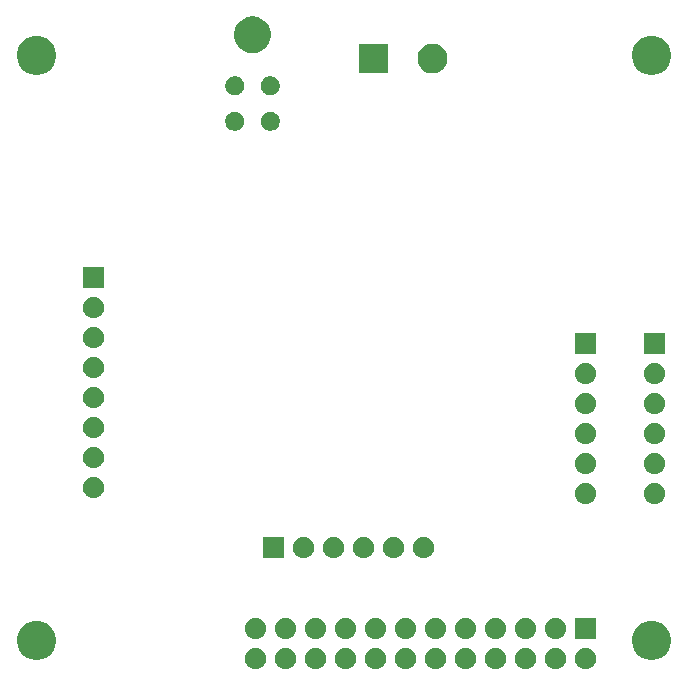
<source format=gbr>
G04 #@! TF.GenerationSoftware,KiCad,Pcbnew,(5.0.2)-1*
G04 #@! TF.CreationDate,2019-03-06T23:00:33-07:00*
G04 #@! TF.ProjectId,AndromedaV3,416e6472-6f6d-4656-9461-56332e6b6963,rev?*
G04 #@! TF.SameCoordinates,Original*
G04 #@! TF.FileFunction,Soldermask,Bot*
G04 #@! TF.FilePolarity,Negative*
%FSLAX46Y46*%
G04 Gerber Fmt 4.6, Leading zero omitted, Abs format (unit mm)*
G04 Created by KiCad (PCBNEW (5.0.2)-1) date 2019-03-06 11:00:33 PM*
%MOMM*%
%LPD*%
G01*
G04 APERTURE LIST*
%ADD10C,0.100000*%
G04 APERTURE END LIST*
D10*
G36*
X145906443Y-114675519D02*
X145972627Y-114682037D01*
X146085853Y-114716384D01*
X146142467Y-114733557D01*
X146281087Y-114807652D01*
X146298991Y-114817222D01*
X146312175Y-114828042D01*
X146436186Y-114929814D01*
X146519448Y-115031271D01*
X146548778Y-115067009D01*
X146548779Y-115067011D01*
X146632443Y-115223533D01*
X146632443Y-115223534D01*
X146683963Y-115393373D01*
X146701359Y-115570000D01*
X146683963Y-115746627D01*
X146649616Y-115859853D01*
X146632443Y-115916467D01*
X146558348Y-116055087D01*
X146548778Y-116072991D01*
X146519448Y-116108729D01*
X146436186Y-116210186D01*
X146334729Y-116293448D01*
X146298991Y-116322778D01*
X146298989Y-116322779D01*
X146142467Y-116406443D01*
X146085853Y-116423616D01*
X145972627Y-116457963D01*
X145906442Y-116464482D01*
X145840260Y-116471000D01*
X145751740Y-116471000D01*
X145685558Y-116464482D01*
X145619373Y-116457963D01*
X145506147Y-116423616D01*
X145449533Y-116406443D01*
X145293011Y-116322779D01*
X145293009Y-116322778D01*
X145257271Y-116293448D01*
X145155814Y-116210186D01*
X145072552Y-116108729D01*
X145043222Y-116072991D01*
X145033652Y-116055087D01*
X144959557Y-115916467D01*
X144942384Y-115859853D01*
X144908037Y-115746627D01*
X144890641Y-115570000D01*
X144908037Y-115393373D01*
X144959557Y-115223534D01*
X144959557Y-115223533D01*
X145043221Y-115067011D01*
X145043222Y-115067009D01*
X145072552Y-115031271D01*
X145155814Y-114929814D01*
X145279825Y-114828042D01*
X145293009Y-114817222D01*
X145310913Y-114807652D01*
X145449533Y-114733557D01*
X145506147Y-114716384D01*
X145619373Y-114682037D01*
X145685557Y-114675519D01*
X145751740Y-114669000D01*
X145840260Y-114669000D01*
X145906443Y-114675519D01*
X145906443Y-114675519D01*
G37*
G36*
X130666443Y-114675519D02*
X130732627Y-114682037D01*
X130845853Y-114716384D01*
X130902467Y-114733557D01*
X131041087Y-114807652D01*
X131058991Y-114817222D01*
X131072175Y-114828042D01*
X131196186Y-114929814D01*
X131279448Y-115031271D01*
X131308778Y-115067009D01*
X131308779Y-115067011D01*
X131392443Y-115223533D01*
X131392443Y-115223534D01*
X131443963Y-115393373D01*
X131461359Y-115570000D01*
X131443963Y-115746627D01*
X131409616Y-115859853D01*
X131392443Y-115916467D01*
X131318348Y-116055087D01*
X131308778Y-116072991D01*
X131279448Y-116108729D01*
X131196186Y-116210186D01*
X131094729Y-116293448D01*
X131058991Y-116322778D01*
X131058989Y-116322779D01*
X130902467Y-116406443D01*
X130845853Y-116423616D01*
X130732627Y-116457963D01*
X130666442Y-116464482D01*
X130600260Y-116471000D01*
X130511740Y-116471000D01*
X130445558Y-116464482D01*
X130379373Y-116457963D01*
X130266147Y-116423616D01*
X130209533Y-116406443D01*
X130053011Y-116322779D01*
X130053009Y-116322778D01*
X130017271Y-116293448D01*
X129915814Y-116210186D01*
X129832552Y-116108729D01*
X129803222Y-116072991D01*
X129793652Y-116055087D01*
X129719557Y-115916467D01*
X129702384Y-115859853D01*
X129668037Y-115746627D01*
X129650641Y-115570000D01*
X129668037Y-115393373D01*
X129719557Y-115223534D01*
X129719557Y-115223533D01*
X129803221Y-115067011D01*
X129803222Y-115067009D01*
X129832552Y-115031271D01*
X129915814Y-114929814D01*
X130039825Y-114828042D01*
X130053009Y-114817222D01*
X130070913Y-114807652D01*
X130209533Y-114733557D01*
X130266147Y-114716384D01*
X130379373Y-114682037D01*
X130445557Y-114675519D01*
X130511740Y-114669000D01*
X130600260Y-114669000D01*
X130666443Y-114675519D01*
X130666443Y-114675519D01*
G37*
G36*
X158606443Y-114675519D02*
X158672627Y-114682037D01*
X158785853Y-114716384D01*
X158842467Y-114733557D01*
X158981087Y-114807652D01*
X158998991Y-114817222D01*
X159012175Y-114828042D01*
X159136186Y-114929814D01*
X159219448Y-115031271D01*
X159248778Y-115067009D01*
X159248779Y-115067011D01*
X159332443Y-115223533D01*
X159332443Y-115223534D01*
X159383963Y-115393373D01*
X159401359Y-115570000D01*
X159383963Y-115746627D01*
X159349616Y-115859853D01*
X159332443Y-115916467D01*
X159258348Y-116055087D01*
X159248778Y-116072991D01*
X159219448Y-116108729D01*
X159136186Y-116210186D01*
X159034729Y-116293448D01*
X158998991Y-116322778D01*
X158998989Y-116322779D01*
X158842467Y-116406443D01*
X158785853Y-116423616D01*
X158672627Y-116457963D01*
X158606442Y-116464482D01*
X158540260Y-116471000D01*
X158451740Y-116471000D01*
X158385558Y-116464482D01*
X158319373Y-116457963D01*
X158206147Y-116423616D01*
X158149533Y-116406443D01*
X157993011Y-116322779D01*
X157993009Y-116322778D01*
X157957271Y-116293448D01*
X157855814Y-116210186D01*
X157772552Y-116108729D01*
X157743222Y-116072991D01*
X157733652Y-116055087D01*
X157659557Y-115916467D01*
X157642384Y-115859853D01*
X157608037Y-115746627D01*
X157590641Y-115570000D01*
X157608037Y-115393373D01*
X157659557Y-115223534D01*
X157659557Y-115223533D01*
X157743221Y-115067011D01*
X157743222Y-115067009D01*
X157772552Y-115031271D01*
X157855814Y-114929814D01*
X157979825Y-114828042D01*
X157993009Y-114817222D01*
X158010913Y-114807652D01*
X158149533Y-114733557D01*
X158206147Y-114716384D01*
X158319373Y-114682037D01*
X158385557Y-114675519D01*
X158451740Y-114669000D01*
X158540260Y-114669000D01*
X158606443Y-114675519D01*
X158606443Y-114675519D01*
G37*
G36*
X133206443Y-114675519D02*
X133272627Y-114682037D01*
X133385853Y-114716384D01*
X133442467Y-114733557D01*
X133581087Y-114807652D01*
X133598991Y-114817222D01*
X133612175Y-114828042D01*
X133736186Y-114929814D01*
X133819448Y-115031271D01*
X133848778Y-115067009D01*
X133848779Y-115067011D01*
X133932443Y-115223533D01*
X133932443Y-115223534D01*
X133983963Y-115393373D01*
X134001359Y-115570000D01*
X133983963Y-115746627D01*
X133949616Y-115859853D01*
X133932443Y-115916467D01*
X133858348Y-116055087D01*
X133848778Y-116072991D01*
X133819448Y-116108729D01*
X133736186Y-116210186D01*
X133634729Y-116293448D01*
X133598991Y-116322778D01*
X133598989Y-116322779D01*
X133442467Y-116406443D01*
X133385853Y-116423616D01*
X133272627Y-116457963D01*
X133206442Y-116464482D01*
X133140260Y-116471000D01*
X133051740Y-116471000D01*
X132985558Y-116464482D01*
X132919373Y-116457963D01*
X132806147Y-116423616D01*
X132749533Y-116406443D01*
X132593011Y-116322779D01*
X132593009Y-116322778D01*
X132557271Y-116293448D01*
X132455814Y-116210186D01*
X132372552Y-116108729D01*
X132343222Y-116072991D01*
X132333652Y-116055087D01*
X132259557Y-115916467D01*
X132242384Y-115859853D01*
X132208037Y-115746627D01*
X132190641Y-115570000D01*
X132208037Y-115393373D01*
X132259557Y-115223534D01*
X132259557Y-115223533D01*
X132343221Y-115067011D01*
X132343222Y-115067009D01*
X132372552Y-115031271D01*
X132455814Y-114929814D01*
X132579825Y-114828042D01*
X132593009Y-114817222D01*
X132610913Y-114807652D01*
X132749533Y-114733557D01*
X132806147Y-114716384D01*
X132919373Y-114682037D01*
X132985557Y-114675519D01*
X133051740Y-114669000D01*
X133140260Y-114669000D01*
X133206443Y-114675519D01*
X133206443Y-114675519D01*
G37*
G36*
X156066443Y-114675519D02*
X156132627Y-114682037D01*
X156245853Y-114716384D01*
X156302467Y-114733557D01*
X156441087Y-114807652D01*
X156458991Y-114817222D01*
X156472175Y-114828042D01*
X156596186Y-114929814D01*
X156679448Y-115031271D01*
X156708778Y-115067009D01*
X156708779Y-115067011D01*
X156792443Y-115223533D01*
X156792443Y-115223534D01*
X156843963Y-115393373D01*
X156861359Y-115570000D01*
X156843963Y-115746627D01*
X156809616Y-115859853D01*
X156792443Y-115916467D01*
X156718348Y-116055087D01*
X156708778Y-116072991D01*
X156679448Y-116108729D01*
X156596186Y-116210186D01*
X156494729Y-116293448D01*
X156458991Y-116322778D01*
X156458989Y-116322779D01*
X156302467Y-116406443D01*
X156245853Y-116423616D01*
X156132627Y-116457963D01*
X156066442Y-116464482D01*
X156000260Y-116471000D01*
X155911740Y-116471000D01*
X155845558Y-116464482D01*
X155779373Y-116457963D01*
X155666147Y-116423616D01*
X155609533Y-116406443D01*
X155453011Y-116322779D01*
X155453009Y-116322778D01*
X155417271Y-116293448D01*
X155315814Y-116210186D01*
X155232552Y-116108729D01*
X155203222Y-116072991D01*
X155193652Y-116055087D01*
X155119557Y-115916467D01*
X155102384Y-115859853D01*
X155068037Y-115746627D01*
X155050641Y-115570000D01*
X155068037Y-115393373D01*
X155119557Y-115223534D01*
X155119557Y-115223533D01*
X155203221Y-115067011D01*
X155203222Y-115067009D01*
X155232552Y-115031271D01*
X155315814Y-114929814D01*
X155439825Y-114828042D01*
X155453009Y-114817222D01*
X155470913Y-114807652D01*
X155609533Y-114733557D01*
X155666147Y-114716384D01*
X155779373Y-114682037D01*
X155845557Y-114675519D01*
X155911740Y-114669000D01*
X156000260Y-114669000D01*
X156066443Y-114675519D01*
X156066443Y-114675519D01*
G37*
G36*
X135746443Y-114675519D02*
X135812627Y-114682037D01*
X135925853Y-114716384D01*
X135982467Y-114733557D01*
X136121087Y-114807652D01*
X136138991Y-114817222D01*
X136152175Y-114828042D01*
X136276186Y-114929814D01*
X136359448Y-115031271D01*
X136388778Y-115067009D01*
X136388779Y-115067011D01*
X136472443Y-115223533D01*
X136472443Y-115223534D01*
X136523963Y-115393373D01*
X136541359Y-115570000D01*
X136523963Y-115746627D01*
X136489616Y-115859853D01*
X136472443Y-115916467D01*
X136398348Y-116055087D01*
X136388778Y-116072991D01*
X136359448Y-116108729D01*
X136276186Y-116210186D01*
X136174729Y-116293448D01*
X136138991Y-116322778D01*
X136138989Y-116322779D01*
X135982467Y-116406443D01*
X135925853Y-116423616D01*
X135812627Y-116457963D01*
X135746442Y-116464482D01*
X135680260Y-116471000D01*
X135591740Y-116471000D01*
X135525558Y-116464482D01*
X135459373Y-116457963D01*
X135346147Y-116423616D01*
X135289533Y-116406443D01*
X135133011Y-116322779D01*
X135133009Y-116322778D01*
X135097271Y-116293448D01*
X134995814Y-116210186D01*
X134912552Y-116108729D01*
X134883222Y-116072991D01*
X134873652Y-116055087D01*
X134799557Y-115916467D01*
X134782384Y-115859853D01*
X134748037Y-115746627D01*
X134730641Y-115570000D01*
X134748037Y-115393373D01*
X134799557Y-115223534D01*
X134799557Y-115223533D01*
X134883221Y-115067011D01*
X134883222Y-115067009D01*
X134912552Y-115031271D01*
X134995814Y-114929814D01*
X135119825Y-114828042D01*
X135133009Y-114817222D01*
X135150913Y-114807652D01*
X135289533Y-114733557D01*
X135346147Y-114716384D01*
X135459373Y-114682037D01*
X135525557Y-114675519D01*
X135591740Y-114669000D01*
X135680260Y-114669000D01*
X135746443Y-114675519D01*
X135746443Y-114675519D01*
G37*
G36*
X153526443Y-114675519D02*
X153592627Y-114682037D01*
X153705853Y-114716384D01*
X153762467Y-114733557D01*
X153901087Y-114807652D01*
X153918991Y-114817222D01*
X153932175Y-114828042D01*
X154056186Y-114929814D01*
X154139448Y-115031271D01*
X154168778Y-115067009D01*
X154168779Y-115067011D01*
X154252443Y-115223533D01*
X154252443Y-115223534D01*
X154303963Y-115393373D01*
X154321359Y-115570000D01*
X154303963Y-115746627D01*
X154269616Y-115859853D01*
X154252443Y-115916467D01*
X154178348Y-116055087D01*
X154168778Y-116072991D01*
X154139448Y-116108729D01*
X154056186Y-116210186D01*
X153954729Y-116293448D01*
X153918991Y-116322778D01*
X153918989Y-116322779D01*
X153762467Y-116406443D01*
X153705853Y-116423616D01*
X153592627Y-116457963D01*
X153526442Y-116464482D01*
X153460260Y-116471000D01*
X153371740Y-116471000D01*
X153305558Y-116464482D01*
X153239373Y-116457963D01*
X153126147Y-116423616D01*
X153069533Y-116406443D01*
X152913011Y-116322779D01*
X152913009Y-116322778D01*
X152877271Y-116293448D01*
X152775814Y-116210186D01*
X152692552Y-116108729D01*
X152663222Y-116072991D01*
X152653652Y-116055087D01*
X152579557Y-115916467D01*
X152562384Y-115859853D01*
X152528037Y-115746627D01*
X152510641Y-115570000D01*
X152528037Y-115393373D01*
X152579557Y-115223534D01*
X152579557Y-115223533D01*
X152663221Y-115067011D01*
X152663222Y-115067009D01*
X152692552Y-115031271D01*
X152775814Y-114929814D01*
X152899825Y-114828042D01*
X152913009Y-114817222D01*
X152930913Y-114807652D01*
X153069533Y-114733557D01*
X153126147Y-114716384D01*
X153239373Y-114682037D01*
X153305557Y-114675519D01*
X153371740Y-114669000D01*
X153460260Y-114669000D01*
X153526443Y-114675519D01*
X153526443Y-114675519D01*
G37*
G36*
X138286443Y-114675519D02*
X138352627Y-114682037D01*
X138465853Y-114716384D01*
X138522467Y-114733557D01*
X138661087Y-114807652D01*
X138678991Y-114817222D01*
X138692175Y-114828042D01*
X138816186Y-114929814D01*
X138899448Y-115031271D01*
X138928778Y-115067009D01*
X138928779Y-115067011D01*
X139012443Y-115223533D01*
X139012443Y-115223534D01*
X139063963Y-115393373D01*
X139081359Y-115570000D01*
X139063963Y-115746627D01*
X139029616Y-115859853D01*
X139012443Y-115916467D01*
X138938348Y-116055087D01*
X138928778Y-116072991D01*
X138899448Y-116108729D01*
X138816186Y-116210186D01*
X138714729Y-116293448D01*
X138678991Y-116322778D01*
X138678989Y-116322779D01*
X138522467Y-116406443D01*
X138465853Y-116423616D01*
X138352627Y-116457963D01*
X138286442Y-116464482D01*
X138220260Y-116471000D01*
X138131740Y-116471000D01*
X138065558Y-116464482D01*
X137999373Y-116457963D01*
X137886147Y-116423616D01*
X137829533Y-116406443D01*
X137673011Y-116322779D01*
X137673009Y-116322778D01*
X137637271Y-116293448D01*
X137535814Y-116210186D01*
X137452552Y-116108729D01*
X137423222Y-116072991D01*
X137413652Y-116055087D01*
X137339557Y-115916467D01*
X137322384Y-115859853D01*
X137288037Y-115746627D01*
X137270641Y-115570000D01*
X137288037Y-115393373D01*
X137339557Y-115223534D01*
X137339557Y-115223533D01*
X137423221Y-115067011D01*
X137423222Y-115067009D01*
X137452552Y-115031271D01*
X137535814Y-114929814D01*
X137659825Y-114828042D01*
X137673009Y-114817222D01*
X137690913Y-114807652D01*
X137829533Y-114733557D01*
X137886147Y-114716384D01*
X137999373Y-114682037D01*
X138065557Y-114675519D01*
X138131740Y-114669000D01*
X138220260Y-114669000D01*
X138286443Y-114675519D01*
X138286443Y-114675519D01*
G37*
G36*
X150986443Y-114675519D02*
X151052627Y-114682037D01*
X151165853Y-114716384D01*
X151222467Y-114733557D01*
X151361087Y-114807652D01*
X151378991Y-114817222D01*
X151392175Y-114828042D01*
X151516186Y-114929814D01*
X151599448Y-115031271D01*
X151628778Y-115067009D01*
X151628779Y-115067011D01*
X151712443Y-115223533D01*
X151712443Y-115223534D01*
X151763963Y-115393373D01*
X151781359Y-115570000D01*
X151763963Y-115746627D01*
X151729616Y-115859853D01*
X151712443Y-115916467D01*
X151638348Y-116055087D01*
X151628778Y-116072991D01*
X151599448Y-116108729D01*
X151516186Y-116210186D01*
X151414729Y-116293448D01*
X151378991Y-116322778D01*
X151378989Y-116322779D01*
X151222467Y-116406443D01*
X151165853Y-116423616D01*
X151052627Y-116457963D01*
X150986442Y-116464482D01*
X150920260Y-116471000D01*
X150831740Y-116471000D01*
X150765558Y-116464482D01*
X150699373Y-116457963D01*
X150586147Y-116423616D01*
X150529533Y-116406443D01*
X150373011Y-116322779D01*
X150373009Y-116322778D01*
X150337271Y-116293448D01*
X150235814Y-116210186D01*
X150152552Y-116108729D01*
X150123222Y-116072991D01*
X150113652Y-116055087D01*
X150039557Y-115916467D01*
X150022384Y-115859853D01*
X149988037Y-115746627D01*
X149970641Y-115570000D01*
X149988037Y-115393373D01*
X150039557Y-115223534D01*
X150039557Y-115223533D01*
X150123221Y-115067011D01*
X150123222Y-115067009D01*
X150152552Y-115031271D01*
X150235814Y-114929814D01*
X150359825Y-114828042D01*
X150373009Y-114817222D01*
X150390913Y-114807652D01*
X150529533Y-114733557D01*
X150586147Y-114716384D01*
X150699373Y-114682037D01*
X150765557Y-114675519D01*
X150831740Y-114669000D01*
X150920260Y-114669000D01*
X150986443Y-114675519D01*
X150986443Y-114675519D01*
G37*
G36*
X140826443Y-114675519D02*
X140892627Y-114682037D01*
X141005853Y-114716384D01*
X141062467Y-114733557D01*
X141201087Y-114807652D01*
X141218991Y-114817222D01*
X141232175Y-114828042D01*
X141356186Y-114929814D01*
X141439448Y-115031271D01*
X141468778Y-115067009D01*
X141468779Y-115067011D01*
X141552443Y-115223533D01*
X141552443Y-115223534D01*
X141603963Y-115393373D01*
X141621359Y-115570000D01*
X141603963Y-115746627D01*
X141569616Y-115859853D01*
X141552443Y-115916467D01*
X141478348Y-116055087D01*
X141468778Y-116072991D01*
X141439448Y-116108729D01*
X141356186Y-116210186D01*
X141254729Y-116293448D01*
X141218991Y-116322778D01*
X141218989Y-116322779D01*
X141062467Y-116406443D01*
X141005853Y-116423616D01*
X140892627Y-116457963D01*
X140826442Y-116464482D01*
X140760260Y-116471000D01*
X140671740Y-116471000D01*
X140605558Y-116464482D01*
X140539373Y-116457963D01*
X140426147Y-116423616D01*
X140369533Y-116406443D01*
X140213011Y-116322779D01*
X140213009Y-116322778D01*
X140177271Y-116293448D01*
X140075814Y-116210186D01*
X139992552Y-116108729D01*
X139963222Y-116072991D01*
X139953652Y-116055087D01*
X139879557Y-115916467D01*
X139862384Y-115859853D01*
X139828037Y-115746627D01*
X139810641Y-115570000D01*
X139828037Y-115393373D01*
X139879557Y-115223534D01*
X139879557Y-115223533D01*
X139963221Y-115067011D01*
X139963222Y-115067009D01*
X139992552Y-115031271D01*
X140075814Y-114929814D01*
X140199825Y-114828042D01*
X140213009Y-114817222D01*
X140230913Y-114807652D01*
X140369533Y-114733557D01*
X140426147Y-114716384D01*
X140539373Y-114682037D01*
X140605557Y-114675519D01*
X140671740Y-114669000D01*
X140760260Y-114669000D01*
X140826443Y-114675519D01*
X140826443Y-114675519D01*
G37*
G36*
X148446443Y-114675519D02*
X148512627Y-114682037D01*
X148625853Y-114716384D01*
X148682467Y-114733557D01*
X148821087Y-114807652D01*
X148838991Y-114817222D01*
X148852175Y-114828042D01*
X148976186Y-114929814D01*
X149059448Y-115031271D01*
X149088778Y-115067009D01*
X149088779Y-115067011D01*
X149172443Y-115223533D01*
X149172443Y-115223534D01*
X149223963Y-115393373D01*
X149241359Y-115570000D01*
X149223963Y-115746627D01*
X149189616Y-115859853D01*
X149172443Y-115916467D01*
X149098348Y-116055087D01*
X149088778Y-116072991D01*
X149059448Y-116108729D01*
X148976186Y-116210186D01*
X148874729Y-116293448D01*
X148838991Y-116322778D01*
X148838989Y-116322779D01*
X148682467Y-116406443D01*
X148625853Y-116423616D01*
X148512627Y-116457963D01*
X148446442Y-116464482D01*
X148380260Y-116471000D01*
X148291740Y-116471000D01*
X148225558Y-116464482D01*
X148159373Y-116457963D01*
X148046147Y-116423616D01*
X147989533Y-116406443D01*
X147833011Y-116322779D01*
X147833009Y-116322778D01*
X147797271Y-116293448D01*
X147695814Y-116210186D01*
X147612552Y-116108729D01*
X147583222Y-116072991D01*
X147573652Y-116055087D01*
X147499557Y-115916467D01*
X147482384Y-115859853D01*
X147448037Y-115746627D01*
X147430641Y-115570000D01*
X147448037Y-115393373D01*
X147499557Y-115223534D01*
X147499557Y-115223533D01*
X147583221Y-115067011D01*
X147583222Y-115067009D01*
X147612552Y-115031271D01*
X147695814Y-114929814D01*
X147819825Y-114828042D01*
X147833009Y-114817222D01*
X147850913Y-114807652D01*
X147989533Y-114733557D01*
X148046147Y-114716384D01*
X148159373Y-114682037D01*
X148225557Y-114675519D01*
X148291740Y-114669000D01*
X148380260Y-114669000D01*
X148446443Y-114675519D01*
X148446443Y-114675519D01*
G37*
G36*
X143366443Y-114675519D02*
X143432627Y-114682037D01*
X143545853Y-114716384D01*
X143602467Y-114733557D01*
X143741087Y-114807652D01*
X143758991Y-114817222D01*
X143772175Y-114828042D01*
X143896186Y-114929814D01*
X143979448Y-115031271D01*
X144008778Y-115067009D01*
X144008779Y-115067011D01*
X144092443Y-115223533D01*
X144092443Y-115223534D01*
X144143963Y-115393373D01*
X144161359Y-115570000D01*
X144143963Y-115746627D01*
X144109616Y-115859853D01*
X144092443Y-115916467D01*
X144018348Y-116055087D01*
X144008778Y-116072991D01*
X143979448Y-116108729D01*
X143896186Y-116210186D01*
X143794729Y-116293448D01*
X143758991Y-116322778D01*
X143758989Y-116322779D01*
X143602467Y-116406443D01*
X143545853Y-116423616D01*
X143432627Y-116457963D01*
X143366442Y-116464482D01*
X143300260Y-116471000D01*
X143211740Y-116471000D01*
X143145558Y-116464482D01*
X143079373Y-116457963D01*
X142966147Y-116423616D01*
X142909533Y-116406443D01*
X142753011Y-116322779D01*
X142753009Y-116322778D01*
X142717271Y-116293448D01*
X142615814Y-116210186D01*
X142532552Y-116108729D01*
X142503222Y-116072991D01*
X142493652Y-116055087D01*
X142419557Y-115916467D01*
X142402384Y-115859853D01*
X142368037Y-115746627D01*
X142350641Y-115570000D01*
X142368037Y-115393373D01*
X142419557Y-115223534D01*
X142419557Y-115223533D01*
X142503221Y-115067011D01*
X142503222Y-115067009D01*
X142532552Y-115031271D01*
X142615814Y-114929814D01*
X142739825Y-114828042D01*
X142753009Y-114817222D01*
X142770913Y-114807652D01*
X142909533Y-114733557D01*
X142966147Y-114716384D01*
X143079373Y-114682037D01*
X143145557Y-114675519D01*
X143211740Y-114669000D01*
X143300260Y-114669000D01*
X143366443Y-114675519D01*
X143366443Y-114675519D01*
G37*
G36*
X164459256Y-112437298D02*
X164565579Y-112458447D01*
X164866042Y-112582903D01*
X165132852Y-112761180D01*
X165136454Y-112763587D01*
X165366413Y-112993546D01*
X165366415Y-112993549D01*
X165508790Y-113206627D01*
X165547098Y-113263960D01*
X165671553Y-113564422D01*
X165735000Y-113883389D01*
X165735000Y-114208611D01*
X165671553Y-114527578D01*
X165547098Y-114828040D01*
X165366413Y-115098454D01*
X165136454Y-115328413D01*
X165136451Y-115328415D01*
X164866042Y-115509097D01*
X164565579Y-115633553D01*
X164459256Y-115654702D01*
X164246611Y-115697000D01*
X163921389Y-115697000D01*
X163708744Y-115654702D01*
X163602421Y-115633553D01*
X163301958Y-115509097D01*
X163031549Y-115328415D01*
X163031546Y-115328413D01*
X162801587Y-115098454D01*
X162620902Y-114828040D01*
X162496447Y-114527578D01*
X162433000Y-114208611D01*
X162433000Y-113883389D01*
X162496447Y-113564422D01*
X162620902Y-113263960D01*
X162659211Y-113206627D01*
X162801585Y-112993549D01*
X162801587Y-112993546D01*
X163031546Y-112763587D01*
X163035148Y-112761180D01*
X163301958Y-112582903D01*
X163602421Y-112458447D01*
X163708744Y-112437298D01*
X163921389Y-112395000D01*
X164246611Y-112395000D01*
X164459256Y-112437298D01*
X164459256Y-112437298D01*
G37*
G36*
X112389256Y-112437298D02*
X112495579Y-112458447D01*
X112796042Y-112582903D01*
X113062852Y-112761180D01*
X113066454Y-112763587D01*
X113296413Y-112993546D01*
X113296415Y-112993549D01*
X113438790Y-113206627D01*
X113477098Y-113263960D01*
X113601553Y-113564422D01*
X113665000Y-113883389D01*
X113665000Y-114208611D01*
X113601553Y-114527578D01*
X113477098Y-114828040D01*
X113296413Y-115098454D01*
X113066454Y-115328413D01*
X113066451Y-115328415D01*
X112796042Y-115509097D01*
X112495579Y-115633553D01*
X112389256Y-115654702D01*
X112176611Y-115697000D01*
X111851389Y-115697000D01*
X111638744Y-115654702D01*
X111532421Y-115633553D01*
X111231958Y-115509097D01*
X110961549Y-115328415D01*
X110961546Y-115328413D01*
X110731587Y-115098454D01*
X110550902Y-114828040D01*
X110426447Y-114527578D01*
X110363000Y-114208611D01*
X110363000Y-113883389D01*
X110426447Y-113564422D01*
X110550902Y-113263960D01*
X110589211Y-113206627D01*
X110731585Y-112993549D01*
X110731587Y-112993546D01*
X110961546Y-112763587D01*
X110965148Y-112761180D01*
X111231958Y-112582903D01*
X111532421Y-112458447D01*
X111638744Y-112437298D01*
X111851389Y-112395000D01*
X112176611Y-112395000D01*
X112389256Y-112437298D01*
X112389256Y-112437298D01*
G37*
G36*
X143366443Y-112135519D02*
X143432627Y-112142037D01*
X143545853Y-112176384D01*
X143602467Y-112193557D01*
X143741087Y-112267652D01*
X143758991Y-112277222D01*
X143794729Y-112306552D01*
X143896186Y-112389814D01*
X143979448Y-112491271D01*
X144008778Y-112527009D01*
X144008779Y-112527011D01*
X144092443Y-112683533D01*
X144092443Y-112683534D01*
X144143963Y-112853373D01*
X144161359Y-113030000D01*
X144143963Y-113206627D01*
X144126572Y-113263958D01*
X144092443Y-113376467D01*
X144018348Y-113515087D01*
X144008778Y-113532991D01*
X143982984Y-113564421D01*
X143896186Y-113670186D01*
X143794729Y-113753448D01*
X143758991Y-113782778D01*
X143758989Y-113782779D01*
X143602467Y-113866443D01*
X143546602Y-113883389D01*
X143432627Y-113917963D01*
X143366443Y-113924481D01*
X143300260Y-113931000D01*
X143211740Y-113931000D01*
X143145557Y-113924481D01*
X143079373Y-113917963D01*
X142965398Y-113883389D01*
X142909533Y-113866443D01*
X142753011Y-113782779D01*
X142753009Y-113782778D01*
X142717271Y-113753448D01*
X142615814Y-113670186D01*
X142529016Y-113564421D01*
X142503222Y-113532991D01*
X142493652Y-113515087D01*
X142419557Y-113376467D01*
X142385428Y-113263958D01*
X142368037Y-113206627D01*
X142350641Y-113030000D01*
X142368037Y-112853373D01*
X142419557Y-112683534D01*
X142419557Y-112683533D01*
X142503221Y-112527011D01*
X142503222Y-112527009D01*
X142532552Y-112491271D01*
X142615814Y-112389814D01*
X142717271Y-112306552D01*
X142753009Y-112277222D01*
X142770913Y-112267652D01*
X142909533Y-112193557D01*
X142966147Y-112176384D01*
X143079373Y-112142037D01*
X143145557Y-112135519D01*
X143211740Y-112129000D01*
X143300260Y-112129000D01*
X143366443Y-112135519D01*
X143366443Y-112135519D01*
G37*
G36*
X159397000Y-113931000D02*
X157595000Y-113931000D01*
X157595000Y-112129000D01*
X159397000Y-112129000D01*
X159397000Y-113931000D01*
X159397000Y-113931000D01*
G37*
G36*
X130666443Y-112135519D02*
X130732627Y-112142037D01*
X130845853Y-112176384D01*
X130902467Y-112193557D01*
X131041087Y-112267652D01*
X131058991Y-112277222D01*
X131094729Y-112306552D01*
X131196186Y-112389814D01*
X131279448Y-112491271D01*
X131308778Y-112527009D01*
X131308779Y-112527011D01*
X131392443Y-112683533D01*
X131392443Y-112683534D01*
X131443963Y-112853373D01*
X131461359Y-113030000D01*
X131443963Y-113206627D01*
X131426572Y-113263958D01*
X131392443Y-113376467D01*
X131318348Y-113515087D01*
X131308778Y-113532991D01*
X131282984Y-113564421D01*
X131196186Y-113670186D01*
X131094729Y-113753448D01*
X131058991Y-113782778D01*
X131058989Y-113782779D01*
X130902467Y-113866443D01*
X130846602Y-113883389D01*
X130732627Y-113917963D01*
X130666443Y-113924481D01*
X130600260Y-113931000D01*
X130511740Y-113931000D01*
X130445557Y-113924481D01*
X130379373Y-113917963D01*
X130265398Y-113883389D01*
X130209533Y-113866443D01*
X130053011Y-113782779D01*
X130053009Y-113782778D01*
X130017271Y-113753448D01*
X129915814Y-113670186D01*
X129829016Y-113564421D01*
X129803222Y-113532991D01*
X129793652Y-113515087D01*
X129719557Y-113376467D01*
X129685428Y-113263958D01*
X129668037Y-113206627D01*
X129650641Y-113030000D01*
X129668037Y-112853373D01*
X129719557Y-112683534D01*
X129719557Y-112683533D01*
X129803221Y-112527011D01*
X129803222Y-112527009D01*
X129832552Y-112491271D01*
X129915814Y-112389814D01*
X130017271Y-112306552D01*
X130053009Y-112277222D01*
X130070913Y-112267652D01*
X130209533Y-112193557D01*
X130266147Y-112176384D01*
X130379373Y-112142037D01*
X130445557Y-112135519D01*
X130511740Y-112129000D01*
X130600260Y-112129000D01*
X130666443Y-112135519D01*
X130666443Y-112135519D01*
G37*
G36*
X156066443Y-112135519D02*
X156132627Y-112142037D01*
X156245853Y-112176384D01*
X156302467Y-112193557D01*
X156441087Y-112267652D01*
X156458991Y-112277222D01*
X156494729Y-112306552D01*
X156596186Y-112389814D01*
X156679448Y-112491271D01*
X156708778Y-112527009D01*
X156708779Y-112527011D01*
X156792443Y-112683533D01*
X156792443Y-112683534D01*
X156843963Y-112853373D01*
X156861359Y-113030000D01*
X156843963Y-113206627D01*
X156826572Y-113263958D01*
X156792443Y-113376467D01*
X156718348Y-113515087D01*
X156708778Y-113532991D01*
X156682984Y-113564421D01*
X156596186Y-113670186D01*
X156494729Y-113753448D01*
X156458991Y-113782778D01*
X156458989Y-113782779D01*
X156302467Y-113866443D01*
X156246602Y-113883389D01*
X156132627Y-113917963D01*
X156066443Y-113924481D01*
X156000260Y-113931000D01*
X155911740Y-113931000D01*
X155845557Y-113924481D01*
X155779373Y-113917963D01*
X155665398Y-113883389D01*
X155609533Y-113866443D01*
X155453011Y-113782779D01*
X155453009Y-113782778D01*
X155417271Y-113753448D01*
X155315814Y-113670186D01*
X155229016Y-113564421D01*
X155203222Y-113532991D01*
X155193652Y-113515087D01*
X155119557Y-113376467D01*
X155085428Y-113263958D01*
X155068037Y-113206627D01*
X155050641Y-113030000D01*
X155068037Y-112853373D01*
X155119557Y-112683534D01*
X155119557Y-112683533D01*
X155203221Y-112527011D01*
X155203222Y-112527009D01*
X155232552Y-112491271D01*
X155315814Y-112389814D01*
X155417271Y-112306552D01*
X155453009Y-112277222D01*
X155470913Y-112267652D01*
X155609533Y-112193557D01*
X155666147Y-112176384D01*
X155779373Y-112142037D01*
X155845557Y-112135519D01*
X155911740Y-112129000D01*
X156000260Y-112129000D01*
X156066443Y-112135519D01*
X156066443Y-112135519D01*
G37*
G36*
X133206443Y-112135519D02*
X133272627Y-112142037D01*
X133385853Y-112176384D01*
X133442467Y-112193557D01*
X133581087Y-112267652D01*
X133598991Y-112277222D01*
X133634729Y-112306552D01*
X133736186Y-112389814D01*
X133819448Y-112491271D01*
X133848778Y-112527009D01*
X133848779Y-112527011D01*
X133932443Y-112683533D01*
X133932443Y-112683534D01*
X133983963Y-112853373D01*
X134001359Y-113030000D01*
X133983963Y-113206627D01*
X133966572Y-113263958D01*
X133932443Y-113376467D01*
X133858348Y-113515087D01*
X133848778Y-113532991D01*
X133822984Y-113564421D01*
X133736186Y-113670186D01*
X133634729Y-113753448D01*
X133598991Y-113782778D01*
X133598989Y-113782779D01*
X133442467Y-113866443D01*
X133386602Y-113883389D01*
X133272627Y-113917963D01*
X133206443Y-113924481D01*
X133140260Y-113931000D01*
X133051740Y-113931000D01*
X132985557Y-113924481D01*
X132919373Y-113917963D01*
X132805398Y-113883389D01*
X132749533Y-113866443D01*
X132593011Y-113782779D01*
X132593009Y-113782778D01*
X132557271Y-113753448D01*
X132455814Y-113670186D01*
X132369016Y-113564421D01*
X132343222Y-113532991D01*
X132333652Y-113515087D01*
X132259557Y-113376467D01*
X132225428Y-113263958D01*
X132208037Y-113206627D01*
X132190641Y-113030000D01*
X132208037Y-112853373D01*
X132259557Y-112683534D01*
X132259557Y-112683533D01*
X132343221Y-112527011D01*
X132343222Y-112527009D01*
X132372552Y-112491271D01*
X132455814Y-112389814D01*
X132557271Y-112306552D01*
X132593009Y-112277222D01*
X132610913Y-112267652D01*
X132749533Y-112193557D01*
X132806147Y-112176384D01*
X132919373Y-112142037D01*
X132985557Y-112135519D01*
X133051740Y-112129000D01*
X133140260Y-112129000D01*
X133206443Y-112135519D01*
X133206443Y-112135519D01*
G37*
G36*
X153526443Y-112135519D02*
X153592627Y-112142037D01*
X153705853Y-112176384D01*
X153762467Y-112193557D01*
X153901087Y-112267652D01*
X153918991Y-112277222D01*
X153954729Y-112306552D01*
X154056186Y-112389814D01*
X154139448Y-112491271D01*
X154168778Y-112527009D01*
X154168779Y-112527011D01*
X154252443Y-112683533D01*
X154252443Y-112683534D01*
X154303963Y-112853373D01*
X154321359Y-113030000D01*
X154303963Y-113206627D01*
X154286572Y-113263958D01*
X154252443Y-113376467D01*
X154178348Y-113515087D01*
X154168778Y-113532991D01*
X154142984Y-113564421D01*
X154056186Y-113670186D01*
X153954729Y-113753448D01*
X153918991Y-113782778D01*
X153918989Y-113782779D01*
X153762467Y-113866443D01*
X153706602Y-113883389D01*
X153592627Y-113917963D01*
X153526443Y-113924481D01*
X153460260Y-113931000D01*
X153371740Y-113931000D01*
X153305557Y-113924481D01*
X153239373Y-113917963D01*
X153125398Y-113883389D01*
X153069533Y-113866443D01*
X152913011Y-113782779D01*
X152913009Y-113782778D01*
X152877271Y-113753448D01*
X152775814Y-113670186D01*
X152689016Y-113564421D01*
X152663222Y-113532991D01*
X152653652Y-113515087D01*
X152579557Y-113376467D01*
X152545428Y-113263958D01*
X152528037Y-113206627D01*
X152510641Y-113030000D01*
X152528037Y-112853373D01*
X152579557Y-112683534D01*
X152579557Y-112683533D01*
X152663221Y-112527011D01*
X152663222Y-112527009D01*
X152692552Y-112491271D01*
X152775814Y-112389814D01*
X152877271Y-112306552D01*
X152913009Y-112277222D01*
X152930913Y-112267652D01*
X153069533Y-112193557D01*
X153126147Y-112176384D01*
X153239373Y-112142037D01*
X153305557Y-112135519D01*
X153371740Y-112129000D01*
X153460260Y-112129000D01*
X153526443Y-112135519D01*
X153526443Y-112135519D01*
G37*
G36*
X135746443Y-112135519D02*
X135812627Y-112142037D01*
X135925853Y-112176384D01*
X135982467Y-112193557D01*
X136121087Y-112267652D01*
X136138991Y-112277222D01*
X136174729Y-112306552D01*
X136276186Y-112389814D01*
X136359448Y-112491271D01*
X136388778Y-112527009D01*
X136388779Y-112527011D01*
X136472443Y-112683533D01*
X136472443Y-112683534D01*
X136523963Y-112853373D01*
X136541359Y-113030000D01*
X136523963Y-113206627D01*
X136506572Y-113263958D01*
X136472443Y-113376467D01*
X136398348Y-113515087D01*
X136388778Y-113532991D01*
X136362984Y-113564421D01*
X136276186Y-113670186D01*
X136174729Y-113753448D01*
X136138991Y-113782778D01*
X136138989Y-113782779D01*
X135982467Y-113866443D01*
X135926602Y-113883389D01*
X135812627Y-113917963D01*
X135746443Y-113924481D01*
X135680260Y-113931000D01*
X135591740Y-113931000D01*
X135525557Y-113924481D01*
X135459373Y-113917963D01*
X135345398Y-113883389D01*
X135289533Y-113866443D01*
X135133011Y-113782779D01*
X135133009Y-113782778D01*
X135097271Y-113753448D01*
X134995814Y-113670186D01*
X134909016Y-113564421D01*
X134883222Y-113532991D01*
X134873652Y-113515087D01*
X134799557Y-113376467D01*
X134765428Y-113263958D01*
X134748037Y-113206627D01*
X134730641Y-113030000D01*
X134748037Y-112853373D01*
X134799557Y-112683534D01*
X134799557Y-112683533D01*
X134883221Y-112527011D01*
X134883222Y-112527009D01*
X134912552Y-112491271D01*
X134995814Y-112389814D01*
X135097271Y-112306552D01*
X135133009Y-112277222D01*
X135150913Y-112267652D01*
X135289533Y-112193557D01*
X135346147Y-112176384D01*
X135459373Y-112142037D01*
X135525557Y-112135519D01*
X135591740Y-112129000D01*
X135680260Y-112129000D01*
X135746443Y-112135519D01*
X135746443Y-112135519D01*
G37*
G36*
X150986443Y-112135519D02*
X151052627Y-112142037D01*
X151165853Y-112176384D01*
X151222467Y-112193557D01*
X151361087Y-112267652D01*
X151378991Y-112277222D01*
X151414729Y-112306552D01*
X151516186Y-112389814D01*
X151599448Y-112491271D01*
X151628778Y-112527009D01*
X151628779Y-112527011D01*
X151712443Y-112683533D01*
X151712443Y-112683534D01*
X151763963Y-112853373D01*
X151781359Y-113030000D01*
X151763963Y-113206627D01*
X151746572Y-113263958D01*
X151712443Y-113376467D01*
X151638348Y-113515087D01*
X151628778Y-113532991D01*
X151602984Y-113564421D01*
X151516186Y-113670186D01*
X151414729Y-113753448D01*
X151378991Y-113782778D01*
X151378989Y-113782779D01*
X151222467Y-113866443D01*
X151166602Y-113883389D01*
X151052627Y-113917963D01*
X150986443Y-113924481D01*
X150920260Y-113931000D01*
X150831740Y-113931000D01*
X150765557Y-113924481D01*
X150699373Y-113917963D01*
X150585398Y-113883389D01*
X150529533Y-113866443D01*
X150373011Y-113782779D01*
X150373009Y-113782778D01*
X150337271Y-113753448D01*
X150235814Y-113670186D01*
X150149016Y-113564421D01*
X150123222Y-113532991D01*
X150113652Y-113515087D01*
X150039557Y-113376467D01*
X150005428Y-113263958D01*
X149988037Y-113206627D01*
X149970641Y-113030000D01*
X149988037Y-112853373D01*
X150039557Y-112683534D01*
X150039557Y-112683533D01*
X150123221Y-112527011D01*
X150123222Y-112527009D01*
X150152552Y-112491271D01*
X150235814Y-112389814D01*
X150337271Y-112306552D01*
X150373009Y-112277222D01*
X150390913Y-112267652D01*
X150529533Y-112193557D01*
X150586147Y-112176384D01*
X150699373Y-112142037D01*
X150765557Y-112135519D01*
X150831740Y-112129000D01*
X150920260Y-112129000D01*
X150986443Y-112135519D01*
X150986443Y-112135519D01*
G37*
G36*
X138286443Y-112135519D02*
X138352627Y-112142037D01*
X138465853Y-112176384D01*
X138522467Y-112193557D01*
X138661087Y-112267652D01*
X138678991Y-112277222D01*
X138714729Y-112306552D01*
X138816186Y-112389814D01*
X138899448Y-112491271D01*
X138928778Y-112527009D01*
X138928779Y-112527011D01*
X139012443Y-112683533D01*
X139012443Y-112683534D01*
X139063963Y-112853373D01*
X139081359Y-113030000D01*
X139063963Y-113206627D01*
X139046572Y-113263958D01*
X139012443Y-113376467D01*
X138938348Y-113515087D01*
X138928778Y-113532991D01*
X138902984Y-113564421D01*
X138816186Y-113670186D01*
X138714729Y-113753448D01*
X138678991Y-113782778D01*
X138678989Y-113782779D01*
X138522467Y-113866443D01*
X138466602Y-113883389D01*
X138352627Y-113917963D01*
X138286443Y-113924481D01*
X138220260Y-113931000D01*
X138131740Y-113931000D01*
X138065557Y-113924481D01*
X137999373Y-113917963D01*
X137885398Y-113883389D01*
X137829533Y-113866443D01*
X137673011Y-113782779D01*
X137673009Y-113782778D01*
X137637271Y-113753448D01*
X137535814Y-113670186D01*
X137449016Y-113564421D01*
X137423222Y-113532991D01*
X137413652Y-113515087D01*
X137339557Y-113376467D01*
X137305428Y-113263958D01*
X137288037Y-113206627D01*
X137270641Y-113030000D01*
X137288037Y-112853373D01*
X137339557Y-112683534D01*
X137339557Y-112683533D01*
X137423221Y-112527011D01*
X137423222Y-112527009D01*
X137452552Y-112491271D01*
X137535814Y-112389814D01*
X137637271Y-112306552D01*
X137673009Y-112277222D01*
X137690913Y-112267652D01*
X137829533Y-112193557D01*
X137886147Y-112176384D01*
X137999373Y-112142037D01*
X138065557Y-112135519D01*
X138131740Y-112129000D01*
X138220260Y-112129000D01*
X138286443Y-112135519D01*
X138286443Y-112135519D01*
G37*
G36*
X148446443Y-112135519D02*
X148512627Y-112142037D01*
X148625853Y-112176384D01*
X148682467Y-112193557D01*
X148821087Y-112267652D01*
X148838991Y-112277222D01*
X148874729Y-112306552D01*
X148976186Y-112389814D01*
X149059448Y-112491271D01*
X149088778Y-112527009D01*
X149088779Y-112527011D01*
X149172443Y-112683533D01*
X149172443Y-112683534D01*
X149223963Y-112853373D01*
X149241359Y-113030000D01*
X149223963Y-113206627D01*
X149206572Y-113263958D01*
X149172443Y-113376467D01*
X149098348Y-113515087D01*
X149088778Y-113532991D01*
X149062984Y-113564421D01*
X148976186Y-113670186D01*
X148874729Y-113753448D01*
X148838991Y-113782778D01*
X148838989Y-113782779D01*
X148682467Y-113866443D01*
X148626602Y-113883389D01*
X148512627Y-113917963D01*
X148446443Y-113924481D01*
X148380260Y-113931000D01*
X148291740Y-113931000D01*
X148225557Y-113924481D01*
X148159373Y-113917963D01*
X148045398Y-113883389D01*
X147989533Y-113866443D01*
X147833011Y-113782779D01*
X147833009Y-113782778D01*
X147797271Y-113753448D01*
X147695814Y-113670186D01*
X147609016Y-113564421D01*
X147583222Y-113532991D01*
X147573652Y-113515087D01*
X147499557Y-113376467D01*
X147465428Y-113263958D01*
X147448037Y-113206627D01*
X147430641Y-113030000D01*
X147448037Y-112853373D01*
X147499557Y-112683534D01*
X147499557Y-112683533D01*
X147583221Y-112527011D01*
X147583222Y-112527009D01*
X147612552Y-112491271D01*
X147695814Y-112389814D01*
X147797271Y-112306552D01*
X147833009Y-112277222D01*
X147850913Y-112267652D01*
X147989533Y-112193557D01*
X148046147Y-112176384D01*
X148159373Y-112142037D01*
X148225557Y-112135519D01*
X148291740Y-112129000D01*
X148380260Y-112129000D01*
X148446443Y-112135519D01*
X148446443Y-112135519D01*
G37*
G36*
X140826443Y-112135519D02*
X140892627Y-112142037D01*
X141005853Y-112176384D01*
X141062467Y-112193557D01*
X141201087Y-112267652D01*
X141218991Y-112277222D01*
X141254729Y-112306552D01*
X141356186Y-112389814D01*
X141439448Y-112491271D01*
X141468778Y-112527009D01*
X141468779Y-112527011D01*
X141552443Y-112683533D01*
X141552443Y-112683534D01*
X141603963Y-112853373D01*
X141621359Y-113030000D01*
X141603963Y-113206627D01*
X141586572Y-113263958D01*
X141552443Y-113376467D01*
X141478348Y-113515087D01*
X141468778Y-113532991D01*
X141442984Y-113564421D01*
X141356186Y-113670186D01*
X141254729Y-113753448D01*
X141218991Y-113782778D01*
X141218989Y-113782779D01*
X141062467Y-113866443D01*
X141006602Y-113883389D01*
X140892627Y-113917963D01*
X140826443Y-113924481D01*
X140760260Y-113931000D01*
X140671740Y-113931000D01*
X140605557Y-113924481D01*
X140539373Y-113917963D01*
X140425398Y-113883389D01*
X140369533Y-113866443D01*
X140213011Y-113782779D01*
X140213009Y-113782778D01*
X140177271Y-113753448D01*
X140075814Y-113670186D01*
X139989016Y-113564421D01*
X139963222Y-113532991D01*
X139953652Y-113515087D01*
X139879557Y-113376467D01*
X139845428Y-113263958D01*
X139828037Y-113206627D01*
X139810641Y-113030000D01*
X139828037Y-112853373D01*
X139879557Y-112683534D01*
X139879557Y-112683533D01*
X139963221Y-112527011D01*
X139963222Y-112527009D01*
X139992552Y-112491271D01*
X140075814Y-112389814D01*
X140177271Y-112306552D01*
X140213009Y-112277222D01*
X140230913Y-112267652D01*
X140369533Y-112193557D01*
X140426147Y-112176384D01*
X140539373Y-112142037D01*
X140605557Y-112135519D01*
X140671740Y-112129000D01*
X140760260Y-112129000D01*
X140826443Y-112135519D01*
X140826443Y-112135519D01*
G37*
G36*
X145906443Y-112135519D02*
X145972627Y-112142037D01*
X146085853Y-112176384D01*
X146142467Y-112193557D01*
X146281087Y-112267652D01*
X146298991Y-112277222D01*
X146334729Y-112306552D01*
X146436186Y-112389814D01*
X146519448Y-112491271D01*
X146548778Y-112527009D01*
X146548779Y-112527011D01*
X146632443Y-112683533D01*
X146632443Y-112683534D01*
X146683963Y-112853373D01*
X146701359Y-113030000D01*
X146683963Y-113206627D01*
X146666572Y-113263958D01*
X146632443Y-113376467D01*
X146558348Y-113515087D01*
X146548778Y-113532991D01*
X146522984Y-113564421D01*
X146436186Y-113670186D01*
X146334729Y-113753448D01*
X146298991Y-113782778D01*
X146298989Y-113782779D01*
X146142467Y-113866443D01*
X146086602Y-113883389D01*
X145972627Y-113917963D01*
X145906443Y-113924481D01*
X145840260Y-113931000D01*
X145751740Y-113931000D01*
X145685557Y-113924481D01*
X145619373Y-113917963D01*
X145505398Y-113883389D01*
X145449533Y-113866443D01*
X145293011Y-113782779D01*
X145293009Y-113782778D01*
X145257271Y-113753448D01*
X145155814Y-113670186D01*
X145069016Y-113564421D01*
X145043222Y-113532991D01*
X145033652Y-113515087D01*
X144959557Y-113376467D01*
X144925428Y-113263958D01*
X144908037Y-113206627D01*
X144890641Y-113030000D01*
X144908037Y-112853373D01*
X144959557Y-112683534D01*
X144959557Y-112683533D01*
X145043221Y-112527011D01*
X145043222Y-112527009D01*
X145072552Y-112491271D01*
X145155814Y-112389814D01*
X145257271Y-112306552D01*
X145293009Y-112277222D01*
X145310913Y-112267652D01*
X145449533Y-112193557D01*
X145506147Y-112176384D01*
X145619373Y-112142037D01*
X145685557Y-112135519D01*
X145751740Y-112129000D01*
X145840260Y-112129000D01*
X145906443Y-112135519D01*
X145906443Y-112135519D01*
G37*
G36*
X137270443Y-105277519D02*
X137336627Y-105284037D01*
X137449853Y-105318384D01*
X137506467Y-105335557D01*
X137645087Y-105409652D01*
X137662991Y-105419222D01*
X137698729Y-105448552D01*
X137800186Y-105531814D01*
X137883448Y-105633271D01*
X137912778Y-105669009D01*
X137912779Y-105669011D01*
X137996443Y-105825533D01*
X137996443Y-105825534D01*
X138047963Y-105995373D01*
X138065359Y-106172000D01*
X138047963Y-106348627D01*
X138013616Y-106461853D01*
X137996443Y-106518467D01*
X137922348Y-106657087D01*
X137912778Y-106674991D01*
X137883448Y-106710729D01*
X137800186Y-106812186D01*
X137698729Y-106895448D01*
X137662991Y-106924778D01*
X137662989Y-106924779D01*
X137506467Y-107008443D01*
X137449853Y-107025616D01*
X137336627Y-107059963D01*
X137270443Y-107066481D01*
X137204260Y-107073000D01*
X137115740Y-107073000D01*
X137049557Y-107066481D01*
X136983373Y-107059963D01*
X136870147Y-107025616D01*
X136813533Y-107008443D01*
X136657011Y-106924779D01*
X136657009Y-106924778D01*
X136621271Y-106895448D01*
X136519814Y-106812186D01*
X136436552Y-106710729D01*
X136407222Y-106674991D01*
X136397652Y-106657087D01*
X136323557Y-106518467D01*
X136306384Y-106461853D01*
X136272037Y-106348627D01*
X136254641Y-106172000D01*
X136272037Y-105995373D01*
X136323557Y-105825534D01*
X136323557Y-105825533D01*
X136407221Y-105669011D01*
X136407222Y-105669009D01*
X136436552Y-105633271D01*
X136519814Y-105531814D01*
X136621271Y-105448552D01*
X136657009Y-105419222D01*
X136674913Y-105409652D01*
X136813533Y-105335557D01*
X136870147Y-105318384D01*
X136983373Y-105284037D01*
X137049557Y-105277519D01*
X137115740Y-105271000D01*
X137204260Y-105271000D01*
X137270443Y-105277519D01*
X137270443Y-105277519D01*
G37*
G36*
X134730443Y-105277519D02*
X134796627Y-105284037D01*
X134909853Y-105318384D01*
X134966467Y-105335557D01*
X135105087Y-105409652D01*
X135122991Y-105419222D01*
X135158729Y-105448552D01*
X135260186Y-105531814D01*
X135343448Y-105633271D01*
X135372778Y-105669009D01*
X135372779Y-105669011D01*
X135456443Y-105825533D01*
X135456443Y-105825534D01*
X135507963Y-105995373D01*
X135525359Y-106172000D01*
X135507963Y-106348627D01*
X135473616Y-106461853D01*
X135456443Y-106518467D01*
X135382348Y-106657087D01*
X135372778Y-106674991D01*
X135343448Y-106710729D01*
X135260186Y-106812186D01*
X135158729Y-106895448D01*
X135122991Y-106924778D01*
X135122989Y-106924779D01*
X134966467Y-107008443D01*
X134909853Y-107025616D01*
X134796627Y-107059963D01*
X134730443Y-107066481D01*
X134664260Y-107073000D01*
X134575740Y-107073000D01*
X134509557Y-107066481D01*
X134443373Y-107059963D01*
X134330147Y-107025616D01*
X134273533Y-107008443D01*
X134117011Y-106924779D01*
X134117009Y-106924778D01*
X134081271Y-106895448D01*
X133979814Y-106812186D01*
X133896552Y-106710729D01*
X133867222Y-106674991D01*
X133857652Y-106657087D01*
X133783557Y-106518467D01*
X133766384Y-106461853D01*
X133732037Y-106348627D01*
X133714641Y-106172000D01*
X133732037Y-105995373D01*
X133783557Y-105825534D01*
X133783557Y-105825533D01*
X133867221Y-105669011D01*
X133867222Y-105669009D01*
X133896552Y-105633271D01*
X133979814Y-105531814D01*
X134081271Y-105448552D01*
X134117009Y-105419222D01*
X134134913Y-105409652D01*
X134273533Y-105335557D01*
X134330147Y-105318384D01*
X134443373Y-105284037D01*
X134509557Y-105277519D01*
X134575740Y-105271000D01*
X134664260Y-105271000D01*
X134730443Y-105277519D01*
X134730443Y-105277519D01*
G37*
G36*
X139810443Y-105277519D02*
X139876627Y-105284037D01*
X139989853Y-105318384D01*
X140046467Y-105335557D01*
X140185087Y-105409652D01*
X140202991Y-105419222D01*
X140238729Y-105448552D01*
X140340186Y-105531814D01*
X140423448Y-105633271D01*
X140452778Y-105669009D01*
X140452779Y-105669011D01*
X140536443Y-105825533D01*
X140536443Y-105825534D01*
X140587963Y-105995373D01*
X140605359Y-106172000D01*
X140587963Y-106348627D01*
X140553616Y-106461853D01*
X140536443Y-106518467D01*
X140462348Y-106657087D01*
X140452778Y-106674991D01*
X140423448Y-106710729D01*
X140340186Y-106812186D01*
X140238729Y-106895448D01*
X140202991Y-106924778D01*
X140202989Y-106924779D01*
X140046467Y-107008443D01*
X139989853Y-107025616D01*
X139876627Y-107059963D01*
X139810443Y-107066481D01*
X139744260Y-107073000D01*
X139655740Y-107073000D01*
X139589557Y-107066481D01*
X139523373Y-107059963D01*
X139410147Y-107025616D01*
X139353533Y-107008443D01*
X139197011Y-106924779D01*
X139197009Y-106924778D01*
X139161271Y-106895448D01*
X139059814Y-106812186D01*
X138976552Y-106710729D01*
X138947222Y-106674991D01*
X138937652Y-106657087D01*
X138863557Y-106518467D01*
X138846384Y-106461853D01*
X138812037Y-106348627D01*
X138794641Y-106172000D01*
X138812037Y-105995373D01*
X138863557Y-105825534D01*
X138863557Y-105825533D01*
X138947221Y-105669011D01*
X138947222Y-105669009D01*
X138976552Y-105633271D01*
X139059814Y-105531814D01*
X139161271Y-105448552D01*
X139197009Y-105419222D01*
X139214913Y-105409652D01*
X139353533Y-105335557D01*
X139410147Y-105318384D01*
X139523373Y-105284037D01*
X139589557Y-105277519D01*
X139655740Y-105271000D01*
X139744260Y-105271000D01*
X139810443Y-105277519D01*
X139810443Y-105277519D01*
G37*
G36*
X132981000Y-107073000D02*
X131179000Y-107073000D01*
X131179000Y-105271000D01*
X132981000Y-105271000D01*
X132981000Y-107073000D01*
X132981000Y-107073000D01*
G37*
G36*
X144890443Y-105277519D02*
X144956627Y-105284037D01*
X145069853Y-105318384D01*
X145126467Y-105335557D01*
X145265087Y-105409652D01*
X145282991Y-105419222D01*
X145318729Y-105448552D01*
X145420186Y-105531814D01*
X145503448Y-105633271D01*
X145532778Y-105669009D01*
X145532779Y-105669011D01*
X145616443Y-105825533D01*
X145616443Y-105825534D01*
X145667963Y-105995373D01*
X145685359Y-106172000D01*
X145667963Y-106348627D01*
X145633616Y-106461853D01*
X145616443Y-106518467D01*
X145542348Y-106657087D01*
X145532778Y-106674991D01*
X145503448Y-106710729D01*
X145420186Y-106812186D01*
X145318729Y-106895448D01*
X145282991Y-106924778D01*
X145282989Y-106924779D01*
X145126467Y-107008443D01*
X145069853Y-107025616D01*
X144956627Y-107059963D01*
X144890443Y-107066481D01*
X144824260Y-107073000D01*
X144735740Y-107073000D01*
X144669557Y-107066481D01*
X144603373Y-107059963D01*
X144490147Y-107025616D01*
X144433533Y-107008443D01*
X144277011Y-106924779D01*
X144277009Y-106924778D01*
X144241271Y-106895448D01*
X144139814Y-106812186D01*
X144056552Y-106710729D01*
X144027222Y-106674991D01*
X144017652Y-106657087D01*
X143943557Y-106518467D01*
X143926384Y-106461853D01*
X143892037Y-106348627D01*
X143874641Y-106172000D01*
X143892037Y-105995373D01*
X143943557Y-105825534D01*
X143943557Y-105825533D01*
X144027221Y-105669011D01*
X144027222Y-105669009D01*
X144056552Y-105633271D01*
X144139814Y-105531814D01*
X144241271Y-105448552D01*
X144277009Y-105419222D01*
X144294913Y-105409652D01*
X144433533Y-105335557D01*
X144490147Y-105318384D01*
X144603373Y-105284037D01*
X144669557Y-105277519D01*
X144735740Y-105271000D01*
X144824260Y-105271000D01*
X144890443Y-105277519D01*
X144890443Y-105277519D01*
G37*
G36*
X142350443Y-105277519D02*
X142416627Y-105284037D01*
X142529853Y-105318384D01*
X142586467Y-105335557D01*
X142725087Y-105409652D01*
X142742991Y-105419222D01*
X142778729Y-105448552D01*
X142880186Y-105531814D01*
X142963448Y-105633271D01*
X142992778Y-105669009D01*
X142992779Y-105669011D01*
X143076443Y-105825533D01*
X143076443Y-105825534D01*
X143127963Y-105995373D01*
X143145359Y-106172000D01*
X143127963Y-106348627D01*
X143093616Y-106461853D01*
X143076443Y-106518467D01*
X143002348Y-106657087D01*
X142992778Y-106674991D01*
X142963448Y-106710729D01*
X142880186Y-106812186D01*
X142778729Y-106895448D01*
X142742991Y-106924778D01*
X142742989Y-106924779D01*
X142586467Y-107008443D01*
X142529853Y-107025616D01*
X142416627Y-107059963D01*
X142350443Y-107066481D01*
X142284260Y-107073000D01*
X142195740Y-107073000D01*
X142129557Y-107066481D01*
X142063373Y-107059963D01*
X141950147Y-107025616D01*
X141893533Y-107008443D01*
X141737011Y-106924779D01*
X141737009Y-106924778D01*
X141701271Y-106895448D01*
X141599814Y-106812186D01*
X141516552Y-106710729D01*
X141487222Y-106674991D01*
X141477652Y-106657087D01*
X141403557Y-106518467D01*
X141386384Y-106461853D01*
X141352037Y-106348627D01*
X141334641Y-106172000D01*
X141352037Y-105995373D01*
X141403557Y-105825534D01*
X141403557Y-105825533D01*
X141487221Y-105669011D01*
X141487222Y-105669009D01*
X141516552Y-105633271D01*
X141599814Y-105531814D01*
X141701271Y-105448552D01*
X141737009Y-105419222D01*
X141754913Y-105409652D01*
X141893533Y-105335557D01*
X141950147Y-105318384D01*
X142063373Y-105284037D01*
X142129557Y-105277519D01*
X142195740Y-105271000D01*
X142284260Y-105271000D01*
X142350443Y-105277519D01*
X142350443Y-105277519D01*
G37*
G36*
X164448443Y-100705519D02*
X164514627Y-100712037D01*
X164625049Y-100745533D01*
X164684467Y-100763557D01*
X164823087Y-100837652D01*
X164840991Y-100847222D01*
X164876729Y-100876552D01*
X164978186Y-100959814D01*
X165061448Y-101061271D01*
X165090778Y-101097009D01*
X165090779Y-101097011D01*
X165174443Y-101253533D01*
X165191616Y-101310147D01*
X165225963Y-101423373D01*
X165243359Y-101600000D01*
X165225963Y-101776627D01*
X165205289Y-101844779D01*
X165174443Y-101946467D01*
X165149570Y-101993000D01*
X165090778Y-102102991D01*
X165061448Y-102138729D01*
X164978186Y-102240186D01*
X164876729Y-102323448D01*
X164840991Y-102352778D01*
X164840989Y-102352779D01*
X164684467Y-102436443D01*
X164627853Y-102453616D01*
X164514627Y-102487963D01*
X164448442Y-102494482D01*
X164382260Y-102501000D01*
X164293740Y-102501000D01*
X164227558Y-102494482D01*
X164161373Y-102487963D01*
X164048147Y-102453616D01*
X163991533Y-102436443D01*
X163835011Y-102352779D01*
X163835009Y-102352778D01*
X163799271Y-102323448D01*
X163697814Y-102240186D01*
X163614552Y-102138729D01*
X163585222Y-102102991D01*
X163526430Y-101993000D01*
X163501557Y-101946467D01*
X163470711Y-101844779D01*
X163450037Y-101776627D01*
X163432641Y-101600000D01*
X163450037Y-101423373D01*
X163484384Y-101310147D01*
X163501557Y-101253533D01*
X163585221Y-101097011D01*
X163585222Y-101097009D01*
X163614552Y-101061271D01*
X163697814Y-100959814D01*
X163799271Y-100876552D01*
X163835009Y-100847222D01*
X163852913Y-100837652D01*
X163991533Y-100763557D01*
X164050951Y-100745533D01*
X164161373Y-100712037D01*
X164227557Y-100705519D01*
X164293740Y-100699000D01*
X164382260Y-100699000D01*
X164448443Y-100705519D01*
X164448443Y-100705519D01*
G37*
G36*
X158606443Y-100705519D02*
X158672627Y-100712037D01*
X158783049Y-100745533D01*
X158842467Y-100763557D01*
X158981087Y-100837652D01*
X158998991Y-100847222D01*
X159034729Y-100876552D01*
X159136186Y-100959814D01*
X159219448Y-101061271D01*
X159248778Y-101097009D01*
X159248779Y-101097011D01*
X159332443Y-101253533D01*
X159349616Y-101310147D01*
X159383963Y-101423373D01*
X159401359Y-101600000D01*
X159383963Y-101776627D01*
X159363289Y-101844779D01*
X159332443Y-101946467D01*
X159307570Y-101993000D01*
X159248778Y-102102991D01*
X159219448Y-102138729D01*
X159136186Y-102240186D01*
X159034729Y-102323448D01*
X158998991Y-102352778D01*
X158998989Y-102352779D01*
X158842467Y-102436443D01*
X158785853Y-102453616D01*
X158672627Y-102487963D01*
X158606442Y-102494482D01*
X158540260Y-102501000D01*
X158451740Y-102501000D01*
X158385558Y-102494482D01*
X158319373Y-102487963D01*
X158206147Y-102453616D01*
X158149533Y-102436443D01*
X157993011Y-102352779D01*
X157993009Y-102352778D01*
X157957271Y-102323448D01*
X157855814Y-102240186D01*
X157772552Y-102138729D01*
X157743222Y-102102991D01*
X157684430Y-101993000D01*
X157659557Y-101946467D01*
X157628711Y-101844779D01*
X157608037Y-101776627D01*
X157590641Y-101600000D01*
X157608037Y-101423373D01*
X157642384Y-101310147D01*
X157659557Y-101253533D01*
X157743221Y-101097011D01*
X157743222Y-101097009D01*
X157772552Y-101061271D01*
X157855814Y-100959814D01*
X157957271Y-100876552D01*
X157993009Y-100847222D01*
X158010913Y-100837652D01*
X158149533Y-100763557D01*
X158208951Y-100745533D01*
X158319373Y-100712037D01*
X158385557Y-100705519D01*
X158451740Y-100699000D01*
X158540260Y-100699000D01*
X158606443Y-100705519D01*
X158606443Y-100705519D01*
G37*
G36*
X116950442Y-100197518D02*
X117016627Y-100204037D01*
X117129853Y-100238384D01*
X117186467Y-100255557D01*
X117325087Y-100329652D01*
X117342991Y-100339222D01*
X117378729Y-100368552D01*
X117480186Y-100451814D01*
X117563448Y-100553271D01*
X117592778Y-100589009D01*
X117592779Y-100589011D01*
X117676443Y-100745533D01*
X117676443Y-100745534D01*
X117727963Y-100915373D01*
X117745359Y-101092000D01*
X117727963Y-101268627D01*
X117693616Y-101381853D01*
X117676443Y-101438467D01*
X117602348Y-101577087D01*
X117592778Y-101594991D01*
X117588667Y-101600000D01*
X117480186Y-101732186D01*
X117378729Y-101815448D01*
X117342991Y-101844778D01*
X117342989Y-101844779D01*
X117186467Y-101928443D01*
X117129853Y-101945616D01*
X117016627Y-101979963D01*
X116950442Y-101986482D01*
X116884260Y-101993000D01*
X116795740Y-101993000D01*
X116729558Y-101986482D01*
X116663373Y-101979963D01*
X116550147Y-101945616D01*
X116493533Y-101928443D01*
X116337011Y-101844779D01*
X116337009Y-101844778D01*
X116301271Y-101815448D01*
X116199814Y-101732186D01*
X116091333Y-101600000D01*
X116087222Y-101594991D01*
X116077652Y-101577087D01*
X116003557Y-101438467D01*
X115986384Y-101381853D01*
X115952037Y-101268627D01*
X115934641Y-101092000D01*
X115952037Y-100915373D01*
X116003557Y-100745534D01*
X116003557Y-100745533D01*
X116087221Y-100589011D01*
X116087222Y-100589009D01*
X116116552Y-100553271D01*
X116199814Y-100451814D01*
X116301271Y-100368552D01*
X116337009Y-100339222D01*
X116354913Y-100329652D01*
X116493533Y-100255557D01*
X116550147Y-100238384D01*
X116663373Y-100204037D01*
X116729558Y-100197518D01*
X116795740Y-100191000D01*
X116884260Y-100191000D01*
X116950442Y-100197518D01*
X116950442Y-100197518D01*
G37*
G36*
X158606443Y-98165519D02*
X158672627Y-98172037D01*
X158783049Y-98205533D01*
X158842467Y-98223557D01*
X158981087Y-98297652D01*
X158998991Y-98307222D01*
X159034729Y-98336552D01*
X159136186Y-98419814D01*
X159219448Y-98521271D01*
X159248778Y-98557009D01*
X159248779Y-98557011D01*
X159332443Y-98713533D01*
X159349616Y-98770147D01*
X159383963Y-98883373D01*
X159401359Y-99060000D01*
X159383963Y-99236627D01*
X159363289Y-99304779D01*
X159332443Y-99406467D01*
X159307570Y-99453000D01*
X159248778Y-99562991D01*
X159219448Y-99598729D01*
X159136186Y-99700186D01*
X159034729Y-99783448D01*
X158998991Y-99812778D01*
X158998989Y-99812779D01*
X158842467Y-99896443D01*
X158785853Y-99913616D01*
X158672627Y-99947963D01*
X158606443Y-99954481D01*
X158540260Y-99961000D01*
X158451740Y-99961000D01*
X158385557Y-99954481D01*
X158319373Y-99947963D01*
X158206147Y-99913616D01*
X158149533Y-99896443D01*
X157993011Y-99812779D01*
X157993009Y-99812778D01*
X157957271Y-99783448D01*
X157855814Y-99700186D01*
X157772552Y-99598729D01*
X157743222Y-99562991D01*
X157684430Y-99453000D01*
X157659557Y-99406467D01*
X157628711Y-99304779D01*
X157608037Y-99236627D01*
X157590641Y-99060000D01*
X157608037Y-98883373D01*
X157642384Y-98770147D01*
X157659557Y-98713533D01*
X157743221Y-98557011D01*
X157743222Y-98557009D01*
X157772552Y-98521271D01*
X157855814Y-98419814D01*
X157957271Y-98336552D01*
X157993009Y-98307222D01*
X158010913Y-98297652D01*
X158149533Y-98223557D01*
X158208951Y-98205533D01*
X158319373Y-98172037D01*
X158385557Y-98165519D01*
X158451740Y-98159000D01*
X158540260Y-98159000D01*
X158606443Y-98165519D01*
X158606443Y-98165519D01*
G37*
G36*
X164448443Y-98165519D02*
X164514627Y-98172037D01*
X164625049Y-98205533D01*
X164684467Y-98223557D01*
X164823087Y-98297652D01*
X164840991Y-98307222D01*
X164876729Y-98336552D01*
X164978186Y-98419814D01*
X165061448Y-98521271D01*
X165090778Y-98557009D01*
X165090779Y-98557011D01*
X165174443Y-98713533D01*
X165191616Y-98770147D01*
X165225963Y-98883373D01*
X165243359Y-99060000D01*
X165225963Y-99236627D01*
X165205289Y-99304779D01*
X165174443Y-99406467D01*
X165149570Y-99453000D01*
X165090778Y-99562991D01*
X165061448Y-99598729D01*
X164978186Y-99700186D01*
X164876729Y-99783448D01*
X164840991Y-99812778D01*
X164840989Y-99812779D01*
X164684467Y-99896443D01*
X164627853Y-99913616D01*
X164514627Y-99947963D01*
X164448443Y-99954481D01*
X164382260Y-99961000D01*
X164293740Y-99961000D01*
X164227557Y-99954481D01*
X164161373Y-99947963D01*
X164048147Y-99913616D01*
X163991533Y-99896443D01*
X163835011Y-99812779D01*
X163835009Y-99812778D01*
X163799271Y-99783448D01*
X163697814Y-99700186D01*
X163614552Y-99598729D01*
X163585222Y-99562991D01*
X163526430Y-99453000D01*
X163501557Y-99406467D01*
X163470711Y-99304779D01*
X163450037Y-99236627D01*
X163432641Y-99060000D01*
X163450037Y-98883373D01*
X163484384Y-98770147D01*
X163501557Y-98713533D01*
X163585221Y-98557011D01*
X163585222Y-98557009D01*
X163614552Y-98521271D01*
X163697814Y-98419814D01*
X163799271Y-98336552D01*
X163835009Y-98307222D01*
X163852913Y-98297652D01*
X163991533Y-98223557D01*
X164050951Y-98205533D01*
X164161373Y-98172037D01*
X164227557Y-98165519D01*
X164293740Y-98159000D01*
X164382260Y-98159000D01*
X164448443Y-98165519D01*
X164448443Y-98165519D01*
G37*
G36*
X116950443Y-97657519D02*
X117016627Y-97664037D01*
X117129853Y-97698384D01*
X117186467Y-97715557D01*
X117325087Y-97789652D01*
X117342991Y-97799222D01*
X117378729Y-97828552D01*
X117480186Y-97911814D01*
X117563448Y-98013271D01*
X117592778Y-98049009D01*
X117592779Y-98049011D01*
X117676443Y-98205533D01*
X117676443Y-98205534D01*
X117727963Y-98375373D01*
X117745359Y-98552000D01*
X117727963Y-98728627D01*
X117693616Y-98841853D01*
X117676443Y-98898467D01*
X117602348Y-99037087D01*
X117592778Y-99054991D01*
X117588667Y-99060000D01*
X117480186Y-99192186D01*
X117378729Y-99275448D01*
X117342991Y-99304778D01*
X117342989Y-99304779D01*
X117186467Y-99388443D01*
X117129853Y-99405616D01*
X117016627Y-99439963D01*
X116950443Y-99446481D01*
X116884260Y-99453000D01*
X116795740Y-99453000D01*
X116729557Y-99446481D01*
X116663373Y-99439963D01*
X116550147Y-99405616D01*
X116493533Y-99388443D01*
X116337011Y-99304779D01*
X116337009Y-99304778D01*
X116301271Y-99275448D01*
X116199814Y-99192186D01*
X116091333Y-99060000D01*
X116087222Y-99054991D01*
X116077652Y-99037087D01*
X116003557Y-98898467D01*
X115986384Y-98841853D01*
X115952037Y-98728627D01*
X115934641Y-98552000D01*
X115952037Y-98375373D01*
X116003557Y-98205534D01*
X116003557Y-98205533D01*
X116087221Y-98049011D01*
X116087222Y-98049009D01*
X116116552Y-98013271D01*
X116199814Y-97911814D01*
X116301271Y-97828552D01*
X116337009Y-97799222D01*
X116354913Y-97789652D01*
X116493533Y-97715557D01*
X116550147Y-97698384D01*
X116663373Y-97664037D01*
X116729557Y-97657519D01*
X116795740Y-97651000D01*
X116884260Y-97651000D01*
X116950443Y-97657519D01*
X116950443Y-97657519D01*
G37*
G36*
X158606442Y-95625518D02*
X158672627Y-95632037D01*
X158783049Y-95665533D01*
X158842467Y-95683557D01*
X158981087Y-95757652D01*
X158998991Y-95767222D01*
X159034729Y-95796552D01*
X159136186Y-95879814D01*
X159219448Y-95981271D01*
X159248778Y-96017009D01*
X159248779Y-96017011D01*
X159332443Y-96173533D01*
X159349616Y-96230147D01*
X159383963Y-96343373D01*
X159401359Y-96520000D01*
X159383963Y-96696627D01*
X159363289Y-96764779D01*
X159332443Y-96866467D01*
X159307570Y-96913000D01*
X159248778Y-97022991D01*
X159219448Y-97058729D01*
X159136186Y-97160186D01*
X159034729Y-97243448D01*
X158998991Y-97272778D01*
X158998989Y-97272779D01*
X158842467Y-97356443D01*
X158785853Y-97373616D01*
X158672627Y-97407963D01*
X158606442Y-97414482D01*
X158540260Y-97421000D01*
X158451740Y-97421000D01*
X158385558Y-97414482D01*
X158319373Y-97407963D01*
X158206147Y-97373616D01*
X158149533Y-97356443D01*
X157993011Y-97272779D01*
X157993009Y-97272778D01*
X157957271Y-97243448D01*
X157855814Y-97160186D01*
X157772552Y-97058729D01*
X157743222Y-97022991D01*
X157684430Y-96913000D01*
X157659557Y-96866467D01*
X157628711Y-96764779D01*
X157608037Y-96696627D01*
X157590641Y-96520000D01*
X157608037Y-96343373D01*
X157642384Y-96230147D01*
X157659557Y-96173533D01*
X157743221Y-96017011D01*
X157743222Y-96017009D01*
X157772552Y-95981271D01*
X157855814Y-95879814D01*
X157957271Y-95796552D01*
X157993009Y-95767222D01*
X158010913Y-95757652D01*
X158149533Y-95683557D01*
X158208951Y-95665533D01*
X158319373Y-95632037D01*
X158385558Y-95625518D01*
X158451740Y-95619000D01*
X158540260Y-95619000D01*
X158606442Y-95625518D01*
X158606442Y-95625518D01*
G37*
G36*
X164448442Y-95625518D02*
X164514627Y-95632037D01*
X164625049Y-95665533D01*
X164684467Y-95683557D01*
X164823087Y-95757652D01*
X164840991Y-95767222D01*
X164876729Y-95796552D01*
X164978186Y-95879814D01*
X165061448Y-95981271D01*
X165090778Y-96017009D01*
X165090779Y-96017011D01*
X165174443Y-96173533D01*
X165191616Y-96230147D01*
X165225963Y-96343373D01*
X165243359Y-96520000D01*
X165225963Y-96696627D01*
X165205289Y-96764779D01*
X165174443Y-96866467D01*
X165149570Y-96913000D01*
X165090778Y-97022991D01*
X165061448Y-97058729D01*
X164978186Y-97160186D01*
X164876729Y-97243448D01*
X164840991Y-97272778D01*
X164840989Y-97272779D01*
X164684467Y-97356443D01*
X164627853Y-97373616D01*
X164514627Y-97407963D01*
X164448442Y-97414482D01*
X164382260Y-97421000D01*
X164293740Y-97421000D01*
X164227558Y-97414482D01*
X164161373Y-97407963D01*
X164048147Y-97373616D01*
X163991533Y-97356443D01*
X163835011Y-97272779D01*
X163835009Y-97272778D01*
X163799271Y-97243448D01*
X163697814Y-97160186D01*
X163614552Y-97058729D01*
X163585222Y-97022991D01*
X163526430Y-96913000D01*
X163501557Y-96866467D01*
X163470711Y-96764779D01*
X163450037Y-96696627D01*
X163432641Y-96520000D01*
X163450037Y-96343373D01*
X163484384Y-96230147D01*
X163501557Y-96173533D01*
X163585221Y-96017011D01*
X163585222Y-96017009D01*
X163614552Y-95981271D01*
X163697814Y-95879814D01*
X163799271Y-95796552D01*
X163835009Y-95767222D01*
X163852913Y-95757652D01*
X163991533Y-95683557D01*
X164050951Y-95665533D01*
X164161373Y-95632037D01*
X164227558Y-95625518D01*
X164293740Y-95619000D01*
X164382260Y-95619000D01*
X164448442Y-95625518D01*
X164448442Y-95625518D01*
G37*
G36*
X116950442Y-95117518D02*
X117016627Y-95124037D01*
X117129853Y-95158384D01*
X117186467Y-95175557D01*
X117325087Y-95249652D01*
X117342991Y-95259222D01*
X117378729Y-95288552D01*
X117480186Y-95371814D01*
X117563448Y-95473271D01*
X117592778Y-95509009D01*
X117592779Y-95509011D01*
X117676443Y-95665533D01*
X117676443Y-95665534D01*
X117727963Y-95835373D01*
X117745359Y-96012000D01*
X117727963Y-96188627D01*
X117693616Y-96301853D01*
X117676443Y-96358467D01*
X117602348Y-96497087D01*
X117592778Y-96514991D01*
X117588667Y-96520000D01*
X117480186Y-96652186D01*
X117378729Y-96735448D01*
X117342991Y-96764778D01*
X117342989Y-96764779D01*
X117186467Y-96848443D01*
X117129853Y-96865616D01*
X117016627Y-96899963D01*
X116950443Y-96906481D01*
X116884260Y-96913000D01*
X116795740Y-96913000D01*
X116729557Y-96906481D01*
X116663373Y-96899963D01*
X116550147Y-96865616D01*
X116493533Y-96848443D01*
X116337011Y-96764779D01*
X116337009Y-96764778D01*
X116301271Y-96735448D01*
X116199814Y-96652186D01*
X116091333Y-96520000D01*
X116087222Y-96514991D01*
X116077652Y-96497087D01*
X116003557Y-96358467D01*
X115986384Y-96301853D01*
X115952037Y-96188627D01*
X115934641Y-96012000D01*
X115952037Y-95835373D01*
X116003557Y-95665534D01*
X116003557Y-95665533D01*
X116087221Y-95509011D01*
X116087222Y-95509009D01*
X116116552Y-95473271D01*
X116199814Y-95371814D01*
X116301271Y-95288552D01*
X116337009Y-95259222D01*
X116354913Y-95249652D01*
X116493533Y-95175557D01*
X116550147Y-95158384D01*
X116663373Y-95124037D01*
X116729558Y-95117518D01*
X116795740Y-95111000D01*
X116884260Y-95111000D01*
X116950442Y-95117518D01*
X116950442Y-95117518D01*
G37*
G36*
X164448443Y-93085519D02*
X164514627Y-93092037D01*
X164625049Y-93125533D01*
X164684467Y-93143557D01*
X164823087Y-93217652D01*
X164840991Y-93227222D01*
X164876729Y-93256552D01*
X164978186Y-93339814D01*
X165061448Y-93441271D01*
X165090778Y-93477009D01*
X165090779Y-93477011D01*
X165174443Y-93633533D01*
X165191616Y-93690147D01*
X165225963Y-93803373D01*
X165243359Y-93980000D01*
X165225963Y-94156627D01*
X165205289Y-94224779D01*
X165174443Y-94326467D01*
X165149570Y-94373000D01*
X165090778Y-94482991D01*
X165061448Y-94518729D01*
X164978186Y-94620186D01*
X164876729Y-94703448D01*
X164840991Y-94732778D01*
X164840989Y-94732779D01*
X164684467Y-94816443D01*
X164627853Y-94833616D01*
X164514627Y-94867963D01*
X164448443Y-94874481D01*
X164382260Y-94881000D01*
X164293740Y-94881000D01*
X164227557Y-94874481D01*
X164161373Y-94867963D01*
X164048147Y-94833616D01*
X163991533Y-94816443D01*
X163835011Y-94732779D01*
X163835009Y-94732778D01*
X163799271Y-94703448D01*
X163697814Y-94620186D01*
X163614552Y-94518729D01*
X163585222Y-94482991D01*
X163526430Y-94373000D01*
X163501557Y-94326467D01*
X163470711Y-94224779D01*
X163450037Y-94156627D01*
X163432641Y-93980000D01*
X163450037Y-93803373D01*
X163484384Y-93690147D01*
X163501557Y-93633533D01*
X163585221Y-93477011D01*
X163585222Y-93477009D01*
X163614552Y-93441271D01*
X163697814Y-93339814D01*
X163799271Y-93256552D01*
X163835009Y-93227222D01*
X163852913Y-93217652D01*
X163991533Y-93143557D01*
X164050951Y-93125533D01*
X164161373Y-93092037D01*
X164227557Y-93085519D01*
X164293740Y-93079000D01*
X164382260Y-93079000D01*
X164448443Y-93085519D01*
X164448443Y-93085519D01*
G37*
G36*
X158606443Y-93085519D02*
X158672627Y-93092037D01*
X158783049Y-93125533D01*
X158842467Y-93143557D01*
X158981087Y-93217652D01*
X158998991Y-93227222D01*
X159034729Y-93256552D01*
X159136186Y-93339814D01*
X159219448Y-93441271D01*
X159248778Y-93477009D01*
X159248779Y-93477011D01*
X159332443Y-93633533D01*
X159349616Y-93690147D01*
X159383963Y-93803373D01*
X159401359Y-93980000D01*
X159383963Y-94156627D01*
X159363289Y-94224779D01*
X159332443Y-94326467D01*
X159307570Y-94373000D01*
X159248778Y-94482991D01*
X159219448Y-94518729D01*
X159136186Y-94620186D01*
X159034729Y-94703448D01*
X158998991Y-94732778D01*
X158998989Y-94732779D01*
X158842467Y-94816443D01*
X158785853Y-94833616D01*
X158672627Y-94867963D01*
X158606443Y-94874481D01*
X158540260Y-94881000D01*
X158451740Y-94881000D01*
X158385557Y-94874481D01*
X158319373Y-94867963D01*
X158206147Y-94833616D01*
X158149533Y-94816443D01*
X157993011Y-94732779D01*
X157993009Y-94732778D01*
X157957271Y-94703448D01*
X157855814Y-94620186D01*
X157772552Y-94518729D01*
X157743222Y-94482991D01*
X157684430Y-94373000D01*
X157659557Y-94326467D01*
X157628711Y-94224779D01*
X157608037Y-94156627D01*
X157590641Y-93980000D01*
X157608037Y-93803373D01*
X157642384Y-93690147D01*
X157659557Y-93633533D01*
X157743221Y-93477011D01*
X157743222Y-93477009D01*
X157772552Y-93441271D01*
X157855814Y-93339814D01*
X157957271Y-93256552D01*
X157993009Y-93227222D01*
X158010913Y-93217652D01*
X158149533Y-93143557D01*
X158208951Y-93125533D01*
X158319373Y-93092037D01*
X158385557Y-93085519D01*
X158451740Y-93079000D01*
X158540260Y-93079000D01*
X158606443Y-93085519D01*
X158606443Y-93085519D01*
G37*
G36*
X116950443Y-92577519D02*
X117016627Y-92584037D01*
X117129853Y-92618384D01*
X117186467Y-92635557D01*
X117325087Y-92709652D01*
X117342991Y-92719222D01*
X117378729Y-92748552D01*
X117480186Y-92831814D01*
X117563448Y-92933271D01*
X117592778Y-92969009D01*
X117592779Y-92969011D01*
X117676443Y-93125533D01*
X117676443Y-93125534D01*
X117727963Y-93295373D01*
X117745359Y-93472000D01*
X117727963Y-93648627D01*
X117693616Y-93761853D01*
X117676443Y-93818467D01*
X117602348Y-93957087D01*
X117592778Y-93974991D01*
X117588667Y-93980000D01*
X117480186Y-94112186D01*
X117378729Y-94195448D01*
X117342991Y-94224778D01*
X117342989Y-94224779D01*
X117186467Y-94308443D01*
X117129853Y-94325616D01*
X117016627Y-94359963D01*
X116950443Y-94366481D01*
X116884260Y-94373000D01*
X116795740Y-94373000D01*
X116729557Y-94366481D01*
X116663373Y-94359963D01*
X116550147Y-94325616D01*
X116493533Y-94308443D01*
X116337011Y-94224779D01*
X116337009Y-94224778D01*
X116301271Y-94195448D01*
X116199814Y-94112186D01*
X116091333Y-93980000D01*
X116087222Y-93974991D01*
X116077652Y-93957087D01*
X116003557Y-93818467D01*
X115986384Y-93761853D01*
X115952037Y-93648627D01*
X115934641Y-93472000D01*
X115952037Y-93295373D01*
X116003557Y-93125534D01*
X116003557Y-93125533D01*
X116087221Y-92969011D01*
X116087222Y-92969009D01*
X116116552Y-92933271D01*
X116199814Y-92831814D01*
X116301271Y-92748552D01*
X116337009Y-92719222D01*
X116354913Y-92709652D01*
X116493533Y-92635557D01*
X116550147Y-92618384D01*
X116663373Y-92584037D01*
X116729557Y-92577519D01*
X116795740Y-92571000D01*
X116884260Y-92571000D01*
X116950443Y-92577519D01*
X116950443Y-92577519D01*
G37*
G36*
X164448443Y-90545519D02*
X164514627Y-90552037D01*
X164625049Y-90585533D01*
X164684467Y-90603557D01*
X164823087Y-90677652D01*
X164840991Y-90687222D01*
X164876729Y-90716552D01*
X164978186Y-90799814D01*
X165061448Y-90901271D01*
X165090778Y-90937009D01*
X165090779Y-90937011D01*
X165174443Y-91093533D01*
X165191616Y-91150147D01*
X165225963Y-91263373D01*
X165243359Y-91440000D01*
X165225963Y-91616627D01*
X165205289Y-91684779D01*
X165174443Y-91786467D01*
X165149570Y-91833000D01*
X165090778Y-91942991D01*
X165061448Y-91978729D01*
X164978186Y-92080186D01*
X164876729Y-92163448D01*
X164840991Y-92192778D01*
X164840989Y-92192779D01*
X164684467Y-92276443D01*
X164627853Y-92293616D01*
X164514627Y-92327963D01*
X164448443Y-92334481D01*
X164382260Y-92341000D01*
X164293740Y-92341000D01*
X164227557Y-92334481D01*
X164161373Y-92327963D01*
X164048147Y-92293616D01*
X163991533Y-92276443D01*
X163835011Y-92192779D01*
X163835009Y-92192778D01*
X163799271Y-92163448D01*
X163697814Y-92080186D01*
X163614552Y-91978729D01*
X163585222Y-91942991D01*
X163526430Y-91833000D01*
X163501557Y-91786467D01*
X163470711Y-91684779D01*
X163450037Y-91616627D01*
X163432641Y-91440000D01*
X163450037Y-91263373D01*
X163484384Y-91150147D01*
X163501557Y-91093533D01*
X163585221Y-90937011D01*
X163585222Y-90937009D01*
X163614552Y-90901271D01*
X163697814Y-90799814D01*
X163799271Y-90716552D01*
X163835009Y-90687222D01*
X163852913Y-90677652D01*
X163991533Y-90603557D01*
X164050951Y-90585533D01*
X164161373Y-90552037D01*
X164227558Y-90545518D01*
X164293740Y-90539000D01*
X164382260Y-90539000D01*
X164448443Y-90545519D01*
X164448443Y-90545519D01*
G37*
G36*
X158606443Y-90545519D02*
X158672627Y-90552037D01*
X158783049Y-90585533D01*
X158842467Y-90603557D01*
X158981087Y-90677652D01*
X158998991Y-90687222D01*
X159034729Y-90716552D01*
X159136186Y-90799814D01*
X159219448Y-90901271D01*
X159248778Y-90937009D01*
X159248779Y-90937011D01*
X159332443Y-91093533D01*
X159349616Y-91150147D01*
X159383963Y-91263373D01*
X159401359Y-91440000D01*
X159383963Y-91616627D01*
X159363289Y-91684779D01*
X159332443Y-91786467D01*
X159307570Y-91833000D01*
X159248778Y-91942991D01*
X159219448Y-91978729D01*
X159136186Y-92080186D01*
X159034729Y-92163448D01*
X158998991Y-92192778D01*
X158998989Y-92192779D01*
X158842467Y-92276443D01*
X158785853Y-92293616D01*
X158672627Y-92327963D01*
X158606443Y-92334481D01*
X158540260Y-92341000D01*
X158451740Y-92341000D01*
X158385557Y-92334481D01*
X158319373Y-92327963D01*
X158206147Y-92293616D01*
X158149533Y-92276443D01*
X157993011Y-92192779D01*
X157993009Y-92192778D01*
X157957271Y-92163448D01*
X157855814Y-92080186D01*
X157772552Y-91978729D01*
X157743222Y-91942991D01*
X157684430Y-91833000D01*
X157659557Y-91786467D01*
X157628711Y-91684779D01*
X157608037Y-91616627D01*
X157590641Y-91440000D01*
X157608037Y-91263373D01*
X157642384Y-91150147D01*
X157659557Y-91093533D01*
X157743221Y-90937011D01*
X157743222Y-90937009D01*
X157772552Y-90901271D01*
X157855814Y-90799814D01*
X157957271Y-90716552D01*
X157993009Y-90687222D01*
X158010913Y-90677652D01*
X158149533Y-90603557D01*
X158208951Y-90585533D01*
X158319373Y-90552037D01*
X158385558Y-90545518D01*
X158451740Y-90539000D01*
X158540260Y-90539000D01*
X158606443Y-90545519D01*
X158606443Y-90545519D01*
G37*
G36*
X116950442Y-90037518D02*
X117016627Y-90044037D01*
X117129853Y-90078384D01*
X117186467Y-90095557D01*
X117325087Y-90169652D01*
X117342991Y-90179222D01*
X117378729Y-90208552D01*
X117480186Y-90291814D01*
X117563448Y-90393271D01*
X117592778Y-90429009D01*
X117592779Y-90429011D01*
X117676443Y-90585533D01*
X117676443Y-90585534D01*
X117727963Y-90755373D01*
X117745359Y-90932000D01*
X117727963Y-91108627D01*
X117693616Y-91221853D01*
X117676443Y-91278467D01*
X117602348Y-91417087D01*
X117592778Y-91434991D01*
X117588667Y-91440000D01*
X117480186Y-91572186D01*
X117378729Y-91655448D01*
X117342991Y-91684778D01*
X117342989Y-91684779D01*
X117186467Y-91768443D01*
X117129853Y-91785616D01*
X117016627Y-91819963D01*
X116950442Y-91826482D01*
X116884260Y-91833000D01*
X116795740Y-91833000D01*
X116729558Y-91826482D01*
X116663373Y-91819963D01*
X116550147Y-91785616D01*
X116493533Y-91768443D01*
X116337011Y-91684779D01*
X116337009Y-91684778D01*
X116301271Y-91655448D01*
X116199814Y-91572186D01*
X116091333Y-91440000D01*
X116087222Y-91434991D01*
X116077652Y-91417087D01*
X116003557Y-91278467D01*
X115986384Y-91221853D01*
X115952037Y-91108627D01*
X115934641Y-90932000D01*
X115952037Y-90755373D01*
X116003557Y-90585534D01*
X116003557Y-90585533D01*
X116087221Y-90429011D01*
X116087222Y-90429009D01*
X116116552Y-90393271D01*
X116199814Y-90291814D01*
X116301271Y-90208552D01*
X116337009Y-90179222D01*
X116354913Y-90169652D01*
X116493533Y-90095557D01*
X116550147Y-90078384D01*
X116663373Y-90044037D01*
X116729558Y-90037518D01*
X116795740Y-90031000D01*
X116884260Y-90031000D01*
X116950442Y-90037518D01*
X116950442Y-90037518D01*
G37*
G36*
X159397000Y-89801000D02*
X157595000Y-89801000D01*
X157595000Y-87999000D01*
X159397000Y-87999000D01*
X159397000Y-89801000D01*
X159397000Y-89801000D01*
G37*
G36*
X165239000Y-89801000D02*
X163437000Y-89801000D01*
X163437000Y-87999000D01*
X165239000Y-87999000D01*
X165239000Y-89801000D01*
X165239000Y-89801000D01*
G37*
G36*
X116950443Y-87497519D02*
X117016627Y-87504037D01*
X117129853Y-87538384D01*
X117186467Y-87555557D01*
X117325087Y-87629652D01*
X117342991Y-87639222D01*
X117378729Y-87668552D01*
X117480186Y-87751814D01*
X117563448Y-87853271D01*
X117592778Y-87889009D01*
X117592779Y-87889011D01*
X117676443Y-88045533D01*
X117676443Y-88045534D01*
X117727963Y-88215373D01*
X117745359Y-88392000D01*
X117727963Y-88568627D01*
X117693616Y-88681853D01*
X117676443Y-88738467D01*
X117602348Y-88877087D01*
X117592778Y-88894991D01*
X117563448Y-88930729D01*
X117480186Y-89032186D01*
X117378729Y-89115448D01*
X117342991Y-89144778D01*
X117342989Y-89144779D01*
X117186467Y-89228443D01*
X117129853Y-89245616D01*
X117016627Y-89279963D01*
X116950443Y-89286481D01*
X116884260Y-89293000D01*
X116795740Y-89293000D01*
X116729557Y-89286481D01*
X116663373Y-89279963D01*
X116550147Y-89245616D01*
X116493533Y-89228443D01*
X116337011Y-89144779D01*
X116337009Y-89144778D01*
X116301271Y-89115448D01*
X116199814Y-89032186D01*
X116116552Y-88930729D01*
X116087222Y-88894991D01*
X116077652Y-88877087D01*
X116003557Y-88738467D01*
X115986384Y-88681853D01*
X115952037Y-88568627D01*
X115934641Y-88392000D01*
X115952037Y-88215373D01*
X116003557Y-88045534D01*
X116003557Y-88045533D01*
X116087221Y-87889011D01*
X116087222Y-87889009D01*
X116116552Y-87853271D01*
X116199814Y-87751814D01*
X116301271Y-87668552D01*
X116337009Y-87639222D01*
X116354913Y-87629652D01*
X116493533Y-87555557D01*
X116550147Y-87538384D01*
X116663373Y-87504037D01*
X116729557Y-87497519D01*
X116795740Y-87491000D01*
X116884260Y-87491000D01*
X116950443Y-87497519D01*
X116950443Y-87497519D01*
G37*
G36*
X116950442Y-84957518D02*
X117016627Y-84964037D01*
X117129853Y-84998384D01*
X117186467Y-85015557D01*
X117325087Y-85089652D01*
X117342991Y-85099222D01*
X117378729Y-85128552D01*
X117480186Y-85211814D01*
X117563448Y-85313271D01*
X117592778Y-85349009D01*
X117592779Y-85349011D01*
X117676443Y-85505533D01*
X117676443Y-85505534D01*
X117727963Y-85675373D01*
X117745359Y-85852000D01*
X117727963Y-86028627D01*
X117693616Y-86141853D01*
X117676443Y-86198467D01*
X117602348Y-86337087D01*
X117592778Y-86354991D01*
X117563448Y-86390729D01*
X117480186Y-86492186D01*
X117378729Y-86575448D01*
X117342991Y-86604778D01*
X117342989Y-86604779D01*
X117186467Y-86688443D01*
X117129853Y-86705616D01*
X117016627Y-86739963D01*
X116950443Y-86746481D01*
X116884260Y-86753000D01*
X116795740Y-86753000D01*
X116729557Y-86746481D01*
X116663373Y-86739963D01*
X116550147Y-86705616D01*
X116493533Y-86688443D01*
X116337011Y-86604779D01*
X116337009Y-86604778D01*
X116301271Y-86575448D01*
X116199814Y-86492186D01*
X116116552Y-86390729D01*
X116087222Y-86354991D01*
X116077652Y-86337087D01*
X116003557Y-86198467D01*
X115986384Y-86141853D01*
X115952037Y-86028627D01*
X115934641Y-85852000D01*
X115952037Y-85675373D01*
X116003557Y-85505534D01*
X116003557Y-85505533D01*
X116087221Y-85349011D01*
X116087222Y-85349009D01*
X116116552Y-85313271D01*
X116199814Y-85211814D01*
X116301271Y-85128552D01*
X116337009Y-85099222D01*
X116354913Y-85089652D01*
X116493533Y-85015557D01*
X116550147Y-84998384D01*
X116663373Y-84964037D01*
X116729558Y-84957518D01*
X116795740Y-84951000D01*
X116884260Y-84951000D01*
X116950442Y-84957518D01*
X116950442Y-84957518D01*
G37*
G36*
X117741000Y-84213000D02*
X115939000Y-84213000D01*
X115939000Y-82411000D01*
X117741000Y-82411000D01*
X117741000Y-84213000D01*
X117741000Y-84213000D01*
G37*
G36*
X129035643Y-69315781D02*
X129181415Y-69376162D01*
X129312611Y-69463824D01*
X129424176Y-69575389D01*
X129511838Y-69706585D01*
X129572219Y-69852357D01*
X129603000Y-70007107D01*
X129603000Y-70164893D01*
X129572219Y-70319643D01*
X129511838Y-70465415D01*
X129424176Y-70596611D01*
X129312611Y-70708176D01*
X129181415Y-70795838D01*
X129035643Y-70856219D01*
X128880893Y-70887000D01*
X128723107Y-70887000D01*
X128568357Y-70856219D01*
X128422585Y-70795838D01*
X128291389Y-70708176D01*
X128179824Y-70596611D01*
X128092162Y-70465415D01*
X128031781Y-70319643D01*
X128001000Y-70164893D01*
X128001000Y-70007107D01*
X128031781Y-69852357D01*
X128092162Y-69706585D01*
X128179824Y-69575389D01*
X128291389Y-69463824D01*
X128422585Y-69376162D01*
X128568357Y-69315781D01*
X128723107Y-69285000D01*
X128880893Y-69285000D01*
X129035643Y-69315781D01*
X129035643Y-69315781D01*
G37*
G36*
X132035643Y-69315781D02*
X132181415Y-69376162D01*
X132312611Y-69463824D01*
X132424176Y-69575389D01*
X132511838Y-69706585D01*
X132572219Y-69852357D01*
X132603000Y-70007107D01*
X132603000Y-70164893D01*
X132572219Y-70319643D01*
X132511838Y-70465415D01*
X132424176Y-70596611D01*
X132312611Y-70708176D01*
X132181415Y-70795838D01*
X132035643Y-70856219D01*
X131880893Y-70887000D01*
X131723107Y-70887000D01*
X131568357Y-70856219D01*
X131422585Y-70795838D01*
X131291389Y-70708176D01*
X131179824Y-70596611D01*
X131092162Y-70465415D01*
X131031781Y-70319643D01*
X131001000Y-70164893D01*
X131001000Y-70007107D01*
X131031781Y-69852357D01*
X131092162Y-69706585D01*
X131179824Y-69575389D01*
X131291389Y-69463824D01*
X131422585Y-69376162D01*
X131568357Y-69315781D01*
X131723107Y-69285000D01*
X131880893Y-69285000D01*
X132035643Y-69315781D01*
X132035643Y-69315781D01*
G37*
G36*
X129035643Y-66315781D02*
X129181415Y-66376162D01*
X129312611Y-66463824D01*
X129424176Y-66575389D01*
X129511838Y-66706585D01*
X129572219Y-66852357D01*
X129603000Y-67007107D01*
X129603000Y-67164893D01*
X129572219Y-67319643D01*
X129511838Y-67465415D01*
X129424176Y-67596611D01*
X129312611Y-67708176D01*
X129181415Y-67795838D01*
X129035643Y-67856219D01*
X128880893Y-67887000D01*
X128723107Y-67887000D01*
X128568357Y-67856219D01*
X128422585Y-67795838D01*
X128291389Y-67708176D01*
X128179824Y-67596611D01*
X128092162Y-67465415D01*
X128031781Y-67319643D01*
X128001000Y-67164893D01*
X128001000Y-67007107D01*
X128031781Y-66852357D01*
X128092162Y-66706585D01*
X128179824Y-66575389D01*
X128291389Y-66463824D01*
X128422585Y-66376162D01*
X128568357Y-66315781D01*
X128723107Y-66285000D01*
X128880893Y-66285000D01*
X129035643Y-66315781D01*
X129035643Y-66315781D01*
G37*
G36*
X132035643Y-66315781D02*
X132181415Y-66376162D01*
X132312611Y-66463824D01*
X132424176Y-66575389D01*
X132511838Y-66706585D01*
X132572219Y-66852357D01*
X132603000Y-67007107D01*
X132603000Y-67164893D01*
X132572219Y-67319643D01*
X132511838Y-67465415D01*
X132424176Y-67596611D01*
X132312611Y-67708176D01*
X132181415Y-67795838D01*
X132035643Y-67856219D01*
X131880893Y-67887000D01*
X131723107Y-67887000D01*
X131568357Y-67856219D01*
X131422585Y-67795838D01*
X131291389Y-67708176D01*
X131179824Y-67596611D01*
X131092162Y-67465415D01*
X131031781Y-67319643D01*
X131001000Y-67164893D01*
X131001000Y-67007107D01*
X131031781Y-66852357D01*
X131092162Y-66706585D01*
X131179824Y-66575389D01*
X131291389Y-66463824D01*
X131422585Y-66376162D01*
X131568357Y-66315781D01*
X131723107Y-66285000D01*
X131880893Y-66285000D01*
X132035643Y-66315781D01*
X132035643Y-66315781D01*
G37*
G36*
X164459256Y-62907298D02*
X164565579Y-62928447D01*
X164866042Y-63052903D01*
X165113739Y-63218409D01*
X165136454Y-63233587D01*
X165366413Y-63463546D01*
X165366415Y-63463549D01*
X165547097Y-63733958D01*
X165645919Y-63972534D01*
X165671553Y-64034422D01*
X165735000Y-64353389D01*
X165735000Y-64678611D01*
X165671553Y-64997578D01*
X165547098Y-65298040D01*
X165366413Y-65568454D01*
X165136454Y-65798413D01*
X165136451Y-65798415D01*
X164866042Y-65979097D01*
X164565579Y-66103553D01*
X164459256Y-66124702D01*
X164246611Y-66167000D01*
X163921389Y-66167000D01*
X163708744Y-66124702D01*
X163602421Y-66103553D01*
X163301958Y-65979097D01*
X163031549Y-65798415D01*
X163031546Y-65798413D01*
X162801587Y-65568454D01*
X162620902Y-65298040D01*
X162496447Y-64997578D01*
X162433000Y-64678611D01*
X162433000Y-64353389D01*
X162496447Y-64034422D01*
X162522082Y-63972534D01*
X162620903Y-63733958D01*
X162801585Y-63463549D01*
X162801587Y-63463546D01*
X163031546Y-63233587D01*
X163054261Y-63218409D01*
X163301958Y-63052903D01*
X163602421Y-62928447D01*
X163708744Y-62907298D01*
X163921389Y-62865000D01*
X164246611Y-62865000D01*
X164459256Y-62907298D01*
X164459256Y-62907298D01*
G37*
G36*
X112389256Y-62907298D02*
X112495579Y-62928447D01*
X112796042Y-63052903D01*
X113043739Y-63218409D01*
X113066454Y-63233587D01*
X113296413Y-63463546D01*
X113296415Y-63463549D01*
X113477097Y-63733958D01*
X113575919Y-63972534D01*
X113601553Y-64034422D01*
X113665000Y-64353389D01*
X113665000Y-64678611D01*
X113601553Y-64997578D01*
X113477098Y-65298040D01*
X113296413Y-65568454D01*
X113066454Y-65798413D01*
X113066451Y-65798415D01*
X112796042Y-65979097D01*
X112495579Y-66103553D01*
X112389256Y-66124702D01*
X112176611Y-66167000D01*
X111851389Y-66167000D01*
X111638744Y-66124702D01*
X111532421Y-66103553D01*
X111231958Y-65979097D01*
X110961549Y-65798415D01*
X110961546Y-65798413D01*
X110731587Y-65568454D01*
X110550902Y-65298040D01*
X110426447Y-64997578D01*
X110363000Y-64678611D01*
X110363000Y-64353389D01*
X110426447Y-64034422D01*
X110452082Y-63972534D01*
X110550903Y-63733958D01*
X110731585Y-63463549D01*
X110731587Y-63463546D01*
X110961546Y-63233587D01*
X110984261Y-63218409D01*
X111231958Y-63052903D01*
X111532421Y-62928447D01*
X111638744Y-62907298D01*
X111851389Y-62865000D01*
X112176611Y-62865000D01*
X112389256Y-62907298D01*
X112389256Y-62907298D01*
G37*
G36*
X141793000Y-66021000D02*
X139291000Y-66021000D01*
X139291000Y-63519000D01*
X141793000Y-63519000D01*
X141793000Y-66021000D01*
X141793000Y-66021000D01*
G37*
G36*
X145725636Y-63531019D02*
X145906903Y-63567075D01*
X146134571Y-63661378D01*
X146243194Y-63733958D01*
X146339469Y-63798287D01*
X146513713Y-63972531D01*
X146513715Y-63972534D01*
X146650622Y-64177429D01*
X146744925Y-64405097D01*
X146793000Y-64646787D01*
X146793000Y-64893213D01*
X146744925Y-65134903D01*
X146650622Y-65362571D01*
X146514332Y-65566542D01*
X146513713Y-65567469D01*
X146339469Y-65741713D01*
X146339466Y-65741715D01*
X146134571Y-65878622D01*
X145906903Y-65972925D01*
X145725635Y-66008981D01*
X145665214Y-66021000D01*
X145418786Y-66021000D01*
X145358365Y-66008981D01*
X145177097Y-65972925D01*
X144949429Y-65878622D01*
X144744534Y-65741715D01*
X144744531Y-65741713D01*
X144570287Y-65567469D01*
X144569668Y-65566542D01*
X144433378Y-65362571D01*
X144339075Y-65134903D01*
X144291000Y-64893213D01*
X144291000Y-64646787D01*
X144339075Y-64405097D01*
X144433378Y-64177429D01*
X144570285Y-63972534D01*
X144570287Y-63972531D01*
X144744531Y-63798287D01*
X144840806Y-63733958D01*
X144949429Y-63661378D01*
X145177097Y-63567075D01*
X145358364Y-63531019D01*
X145418786Y-63519000D01*
X145665214Y-63519000D01*
X145725636Y-63531019D01*
X145725636Y-63531019D01*
G37*
G36*
X130654527Y-61254736D02*
X130754410Y-61274604D01*
X131036674Y-61391521D01*
X131290705Y-61561259D01*
X131506741Y-61777295D01*
X131676479Y-62031326D01*
X131793396Y-62313590D01*
X131793396Y-62313591D01*
X131853000Y-62613238D01*
X131853000Y-62918762D01*
X131826318Y-63052902D01*
X131793396Y-63218410D01*
X131676479Y-63500674D01*
X131506741Y-63754705D01*
X131290705Y-63970741D01*
X131036674Y-64140479D01*
X130754410Y-64257396D01*
X130654527Y-64277264D01*
X130454762Y-64317000D01*
X130149238Y-64317000D01*
X129949473Y-64277264D01*
X129849590Y-64257396D01*
X129567326Y-64140479D01*
X129313295Y-63970741D01*
X129097259Y-63754705D01*
X128927521Y-63500674D01*
X128810604Y-63218410D01*
X128777682Y-63052902D01*
X128751000Y-62918762D01*
X128751000Y-62613238D01*
X128810604Y-62313591D01*
X128810604Y-62313590D01*
X128927521Y-62031326D01*
X129097259Y-61777295D01*
X129313295Y-61561259D01*
X129567326Y-61391521D01*
X129849590Y-61274604D01*
X129949473Y-61254736D01*
X130149238Y-61215000D01*
X130454762Y-61215000D01*
X130654527Y-61254736D01*
X130654527Y-61254736D01*
G37*
M02*

</source>
